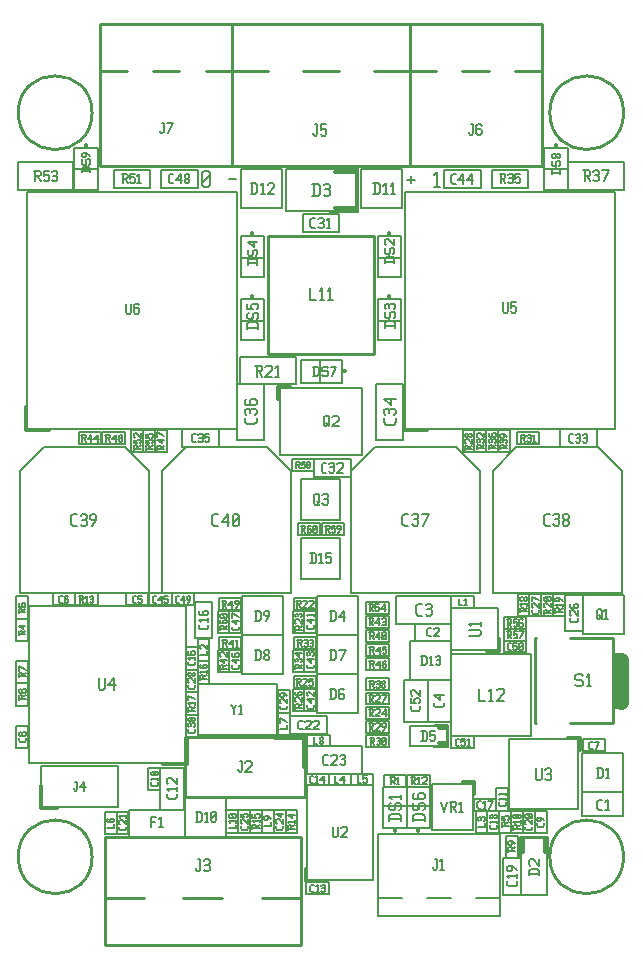
<source format=gbr>
G04 start of page 11 for group -4079 idx -4079 *
G04 Title: (unknown), topsilk *
G04 Creator: pcb 1.99z *
G04 CreationDate: Sat 29 Jun 2013 11:07:13 GMT UTC *
G04 For: rbarlow *
G04 Format: Gerber/RS-274X *
G04 PCB-Dimensions (mm): 70.00 90.00 *
G04 PCB-Coordinate-Origin: lower left *
%MOMM*%
%FSLAX43Y43*%
%LNTOPSILK*%
%ADD174C,1.250*%
%ADD173C,0.500*%
%ADD172C,0.250*%
%ADD171C,0.350*%
%ADD170C,0.300*%
%ADD169C,0.200*%
%ADD168C,0.150*%
G54D168*X43285Y70844D02*X43956D01*
X43621Y71180D02*Y70509D01*
X45565Y71247D02*X45833Y71515D01*
Y70174D01*
X45565D02*X46068D01*
X25899Y70366D02*X26066Y70198D01*
X25899Y71371D02*Y70366D01*
Y71371D02*X26066Y71539D01*
X26402D01*
X26569Y71371D01*
Y70366D01*
X26402Y70198D02*X26569Y70366D01*
X26066Y70198D02*X26402D01*
X25899Y70533D02*X26569Y71204D01*
X28179Y70868D02*X28849D01*
G54D169*X22550Y35800D02*X33450D01*
Y46200D01*
X31450Y48200D01*
X24550D02*X31450D01*
X22550Y35800D02*Y46200D01*
X24550Y48200D01*
X34350Y37000D02*X37650D01*
X34350Y40500D02*X37650D01*
Y37000D01*
X34350Y40500D02*Y37000D01*
G54D168*X36050Y40750D02*X37950D01*
X36050Y41750D02*X37950D01*
Y40750D01*
X36050Y41750D02*Y40750D01*
G54D169*X34350Y42000D02*X37650D01*
X34350Y45500D02*X37650D01*
Y42000D01*
X34350Y45500D02*Y42000D01*
G54D168*X34050Y40750D02*X35950D01*
X34050Y41750D02*X35950D01*
Y40750D01*
X34050Y41750D02*Y40750D01*
G54D169*X29300Y35550D02*Y32250D01*
X32800Y35550D02*Y32250D01*
X29300D02*X32800D01*
X29300Y35550D02*X32800D01*
G54D168*X27350Y35400D02*X29250D01*
X27350Y34400D02*X29250D01*
X27350Y35400D02*Y34400D01*
X29250Y35400D02*Y34400D01*
X28250Y34350D02*Y32450D01*
X29250Y34350D02*Y32450D01*
X28250D02*X29250D01*
X28250Y34350D02*X29250D01*
G54D169*X26800Y35100D02*Y32000D01*
X25300Y35100D02*Y32000D01*
Y35100D02*X26800D01*
X25300Y32000D02*X26800D01*
G54D168*X23350Y34800D02*X25250D01*
X23350Y35800D02*X25250D01*
Y34800D01*
X23350Y35800D02*Y34800D01*
X27250Y34350D02*Y32450D01*
X28250Y34350D02*Y32450D01*
X27250D02*X28250D01*
X27250Y34350D02*X28250D01*
X21450Y35800D02*X23350D01*
X21450Y34800D02*X23350D01*
X21450Y35800D02*Y34800D01*
X23350Y35800D02*Y34800D01*
G54D169*X10550Y35800D02*X21450D01*
Y46200D01*
X19450Y48200D01*
X12550D02*X19450D01*
X10550Y35800D02*Y46200D01*
X12550Y48200D01*
G54D168*X13300Y34800D02*X15200D01*
X13300Y35800D02*X15200D01*
Y34800D01*
X13300Y35800D02*Y34800D01*
X19500D02*X21400D01*
X19500Y35800D02*X21400D01*
Y34800D01*
X19500Y35800D02*Y34800D01*
X15200Y35800D02*X17100D01*
X15200Y34800D02*X17100D01*
X15200Y35800D02*Y34800D01*
X17100Y35800D02*Y34800D01*
X11200Y35550D02*Y33650D01*
X10200Y35550D02*Y33650D01*
Y35550D02*X11200D01*
X10200Y33650D02*X11200D01*
Y30100D02*Y28200D01*
X10200Y30100D02*Y28200D01*
Y30100D02*X11200D01*
X10200Y28200D02*X11200D01*
X34600Y34350D02*Y32450D01*
X35600Y34350D02*Y32450D01*
X34600D02*X35600D01*
X34600Y34350D02*X35600D01*
X33700Y32100D02*X35600D01*
X33700Y31100D02*X35600D01*
X33700Y32100D02*Y31100D01*
X35600Y32100D02*Y31100D01*
X34600Y31050D02*Y29150D01*
X35600Y31050D02*Y29150D01*
X34600D02*X35600D01*
X34600Y31050D02*X35600D01*
X33600D02*Y29150D01*
X34600Y31050D02*Y29150D01*
X33600D02*X34600D01*
X33600Y31050D02*X34600D01*
X33600Y34350D02*Y32450D01*
X34600Y34350D02*Y32450D01*
X33600D02*X34600D01*
X33600Y34350D02*X34600D01*
X33700Y35400D02*X35600D01*
X33700Y34400D02*X35600D01*
X33700Y35400D02*Y34400D01*
X35600Y35400D02*Y34400D01*
G54D169*X29300Y32250D02*Y28950D01*
X32800Y32250D02*Y28950D01*
X29300D02*X32800D01*
X29300Y32250D02*X32800D01*
G54D168*X27250Y31050D02*Y29150D01*
X28250Y31050D02*Y29150D01*
X27250D02*X28250D01*
X27250Y31050D02*X28250D01*
X27350Y32100D02*X29250D01*
X27350Y31100D02*X29250D01*
X27350Y32100D02*Y31100D01*
X29250Y32100D02*Y31100D01*
X28250Y31050D02*Y29150D01*
X29250Y31050D02*Y29150D01*
X28250D02*X29250D01*
X28250Y31050D02*X29250D01*
G54D169*X10350Y72300D02*X15050D01*
X10350Y70000D02*X15050D01*
X10350Y72300D02*Y70000D01*
X15050Y72300D02*Y70000D01*
X22450Y70150D02*X25550D01*
X22450Y71650D02*X25550D01*
Y70150D01*
X22450Y71650D02*Y70150D01*
X18450D02*X21550D01*
X18450Y71650D02*X21550D01*
Y70150D01*
X18450Y71650D02*Y70150D01*
X39400Y71700D02*Y68400D01*
X42900Y71700D02*Y68400D01*
X39400D02*X42900D01*
X39400Y71700D02*X42900D01*
X56900Y73500D02*Y70000D01*
X54900Y73500D02*Y70000D01*
Y73500D02*X56900D01*
X54900Y70000D02*X56900D01*
G54D170*X55900Y73750D02*Y73600D01*
G54D169*X54900Y71750D02*X56900D01*
X55900Y72050D02*Y71750D01*
X50450Y70150D02*X53550D01*
X50450Y71650D02*X53550D01*
Y70150D01*
X50450Y71650D02*Y70150D01*
X46450D02*X49550D01*
X46450Y71650D02*X49550D01*
Y70150D01*
X46450Y71650D02*Y70150D01*
X33000Y71700D02*X39000D01*
X33000Y68200D02*X39000D01*
X33000Y71700D02*Y68200D01*
X39000Y71700D02*Y68200D01*
X39100Y71800D02*Y68100D01*
X36800Y71800D02*X39100D01*
G54D171*X37200Y71500D02*X38900D01*
G54D169*X36800Y68100D02*X39100D01*
G54D171*X37200Y68400D02*X38900D01*
G54D169*X32700Y71700D02*Y68400D01*
X29200Y71700D02*Y68400D01*
Y71700D02*X32700D01*
X29200Y68400D02*X32700D01*
X17100Y73500D02*Y70000D01*
X15100Y73500D02*Y70000D01*
Y73500D02*X17100D01*
X15100Y70000D02*X17100D01*
G54D170*X16100Y73750D02*Y73600D01*
G54D169*X15100Y71750D02*X17100D01*
X16100Y72050D02*Y71750D01*
X56950Y70000D02*X61650D01*
X56950Y72300D02*X61650D01*
Y70000D01*
X56950Y72300D02*Y70000D01*
G54D172*X55375Y76500D02*G75*G03X55375Y76500I3125J0D01*G01*
X17300Y84000D02*Y72000D01*
X28500Y84000D02*Y72000D01*
X17300D02*X28500D01*
X17300Y84000D02*X28500D01*
X26260Y80000D02*X28500D01*
X21780D02*X24020D01*
X17300D02*X19540D01*
X10375Y76500D02*G75*G03X10375Y76500I3125J0D01*G01*
X43500Y84000D02*Y72000D01*
X54700Y84000D02*Y72000D01*
X43500D02*X54700D01*
X43500Y84000D02*X54700D01*
X52460Y80000D02*X54700D01*
X47980D02*X50220D01*
X43500D02*X45740D01*
X28500Y84000D02*Y72000D01*
X43500Y84000D02*Y72000D01*
X28500D02*X43500D01*
X28500Y84000D02*X43500D01*
X40500Y80000D02*X43500D01*
X34500D02*X37500D01*
X28500D02*X31500D01*
G54D169*X34450Y67900D02*X37550D01*
X34450Y66400D02*X37550D01*
X34450Y67900D02*Y66400D01*
X37550Y67900D02*Y66400D01*
G54D172*X40500Y66100D02*Y56100D01*
X31500Y66100D02*Y56100D01*
X40500D01*
X31500Y66100D02*X40500D01*
G54D169*X42800D02*Y62600D01*
X40800Y66100D02*Y62600D01*
Y66100D02*X42800D01*
X40800Y62600D02*X42800D01*
G54D170*X41800Y66350D02*Y66200D01*
G54D169*X40800Y64225D02*X42800D01*
X41800Y64525D02*Y64225D01*
X42800Y60750D02*Y57250D01*
X40800Y60750D02*Y57250D01*
Y60750D02*X42800D01*
X40800Y57250D02*X42800D01*
G54D170*X41800Y61000D02*Y60850D01*
G54D169*X40800Y58875D02*X42800D01*
X41800Y59175D02*Y58875D01*
X31200Y66100D02*Y62600D01*
X29200Y66100D02*Y62600D01*
Y66100D02*X31200D01*
X29200Y62600D02*X31200D01*
G54D170*X30200Y66350D02*Y66200D01*
G54D169*X29200Y64225D02*X31200D01*
X30200Y64525D02*Y64225D01*
X31200Y60750D02*Y57250D01*
X29200Y60750D02*Y57250D01*
Y60750D02*X31200D01*
X29200Y57250D02*X31200D01*
G54D170*X30200Y61000D02*Y60850D01*
G54D169*X29200Y58875D02*X31200D01*
X30200Y59175D02*Y58875D01*
X34300Y53600D02*X37800D01*
X34300Y55600D02*X37800D01*
Y53600D01*
X34300Y55600D02*Y53600D01*
G54D170*X37900Y54600D02*X38050D01*
G54D169*X35925Y55600D02*Y53600D01*
Y54600D02*X36225D01*
X29150Y55800D02*X33850D01*
X29150Y53500D02*X33850D01*
X29150Y55800D02*Y53500D01*
X33850Y55800D02*Y53500D01*
X31200D02*Y48800D01*
X28900Y53500D02*Y48800D01*
Y53500D02*X31200D01*
X28900Y48800D02*X31200D01*
X32495Y53160D02*X39495D01*
X32495Y47560D02*X39495D01*
X32495Y53160D02*Y47560D01*
X39495Y53160D02*Y47560D01*
G54D170*X32395Y53260D02*Y52260D01*
Y53260D02*X33395D01*
G54D169*X35450Y45700D02*X38550D01*
X35450Y47200D02*X38550D01*
Y45700D01*
X35450Y47200D02*Y45700D01*
G54D168*X33550Y46200D02*X35450D01*
X33550Y47200D02*X35450D01*
Y46200D01*
X33550Y47200D02*Y46200D01*
X20950Y49650D02*Y47750D01*
X21950Y49650D02*Y47750D01*
X20950D02*X21950D01*
X20950Y49650D02*X21950D01*
X22950D02*Y47750D01*
X21950Y49650D02*Y47750D01*
Y49650D02*X22950D01*
X21950Y47750D02*X22950D01*
X20950Y49650D02*Y47750D01*
X19950Y49650D02*Y47750D01*
Y49650D02*X20950D01*
X19950Y47750D02*X20950D01*
X51000Y49650D02*Y47750D01*
X52000Y49650D02*Y47750D01*
X51000D02*X52000D01*
X51000Y49650D02*X52000D01*
X49000D02*Y47750D01*
X50000Y49650D02*Y47750D01*
X49000D02*X50000D01*
X49000Y49650D02*X50000D01*
X51000D02*Y47750D01*
X50000Y49650D02*Y47750D01*
Y49650D02*X51000D01*
X50000Y47750D02*X51000D01*
G54D169*X11100Y69800D02*X28900D01*
X11100Y49700D02*X28900D01*
X11100Y69800D02*Y49700D01*
X28900Y69800D02*Y49700D01*
G54D170*X11000Y49600D02*Y51600D01*
Y49600D02*X13000D01*
G54D169*X24250Y48200D02*X27350D01*
X24250Y49700D02*X27350D01*
Y48200D01*
X24250Y49700D02*Y48200D01*
G54D168*X17500Y48450D02*X19400D01*
X17500Y49450D02*X19400D01*
Y48450D01*
X17500Y49450D02*Y48450D01*
X15500Y49450D02*X17400D01*
X15500Y48450D02*X17400D01*
X15500Y49450D02*Y48450D01*
X17400Y49450D02*Y48450D01*
G54D172*X34315Y15200D02*Y6000D01*
X17685Y15200D02*Y6000D01*
Y15200D02*X34315D01*
X17685Y6000D02*X34315D01*
X17685Y10000D02*X21011D01*
X24337D02*X27663D01*
X30989D02*X34315D01*
G54D169*X22400Y21000D02*Y17500D01*
X24400Y21000D02*Y17500D01*
X22400D02*X24400D01*
X22400Y21000D02*X24400D01*
X19750Y15200D02*X24450D01*
X19750Y17500D02*X24450D01*
Y15200D01*
X19750Y17500D02*Y15200D01*
G54D168*X29000Y17450D02*Y15550D01*
X28000Y17450D02*Y15550D01*
Y17450D02*X29000D01*
X28000Y15550D02*X29000D01*
G54D172*X10375Y13500D02*G75*G03X10375Y13500I3125J0D01*G01*
G54D168*X18700Y17300D02*Y15400D01*
X19700Y17300D02*Y15400D01*
X18700D02*X19700D01*
X18700Y17300D02*X19700D01*
X18700D02*Y15400D01*
X17700Y17300D02*Y15400D01*
Y17300D02*X18700D01*
X17700Y15400D02*X18700D01*
X21400Y21050D02*Y19150D01*
X22400Y21050D02*Y19150D01*
X21400D02*X22400D01*
X21400Y21050D02*X22400D01*
G54D169*X12333Y21179D02*X18803D01*
X12333Y17729D02*X18803D01*
X12333Y21179D02*Y17729D01*
X18803Y21179D02*Y17729D01*
G54D170*X12283Y17629D02*X13673D01*
X12283Y19469D02*Y17629D01*
G54D168*X24550Y31250D02*Y29350D01*
X25550Y31250D02*Y29350D01*
X24550D02*X25550D01*
X24550Y31250D02*X25550D01*
Y31950D02*Y30050D01*
X26550Y31950D02*Y30050D01*
X25550D02*X26550D01*
X25550Y31950D02*X26550D01*
X25550Y30050D02*Y28150D01*
X26550Y30050D02*Y28150D01*
X25550D02*X26550D01*
X25550Y30050D02*X26550D01*
X32350Y27600D02*Y25700D01*
X33350Y27600D02*Y25700D01*
X32350D02*X33350D01*
X32350Y27600D02*X33350D01*
G54D169*X33400Y23900D02*X36500D01*
X33400Y25400D02*X36500D01*
Y23900D01*
X33400Y25400D02*Y23900D01*
G54D168*X33350Y25700D02*Y23800D01*
X32350Y25700D02*Y23800D01*
Y25700D02*X33350D01*
X32350Y23800D02*X33350D01*
X34600Y27750D02*Y25850D01*
X35600Y27750D02*Y25850D01*
X34600D02*X35600D01*
X34600Y27750D02*X35600D01*
X33600D02*Y25850D01*
X34600Y27750D02*Y25850D01*
X33600D02*X34600D01*
X33600Y27750D02*X34600D01*
G54D169*X25600Y23850D02*X32300D01*
X25600Y28150D02*X32300D01*
Y23850D01*
X25600Y28150D02*Y23850D01*
G54D168*X25550Y29350D02*Y27450D01*
X24550Y29350D02*Y27450D01*
Y29350D02*X25550D01*
X24550Y27450D02*X25550D01*
X24550D02*Y25550D01*
X25550Y27450D02*Y25550D01*
X24550D02*X25550D01*
X24550Y27450D02*X25550D01*
X10200Y28200D02*Y26300D01*
X11200Y28200D02*Y26300D01*
X10200D02*X11200D01*
X10200Y28200D02*X11200D01*
Y24600D02*Y22700D01*
X10200Y24600D02*Y22700D01*
Y24600D02*X11200D01*
X10200Y22700D02*X11200D01*
G54D169*X11250Y21450D02*X24550D01*
X11250Y34750D02*X24550D01*
Y21450D01*
X11250Y34750D02*Y21450D01*
G54D170*X24650Y23350D02*Y21350D01*
X22650D02*X24650D01*
G54D168*X10200Y33650D02*Y31750D01*
X11200Y33650D02*Y31750D01*
X10200D02*X11200D01*
X10200Y33650D02*X11200D01*
G54D169*X24450Y18500D02*Y15200D01*
X27950Y18500D02*Y15200D01*
X24450D02*X27950D01*
X24450Y18500D02*X27950D01*
G54D172*X24510Y18540D02*X34670D01*
X24510Y23620D02*X34670D01*
Y18540D01*
X24510Y23620D02*Y18540D01*
G54D173*X32130Y23620D02*X34670D01*
Y21080D01*
G54D168*X34750Y19550D02*X36650D01*
X34750Y20550D02*X36650D01*
Y19550D01*
X34750Y20550D02*Y19550D01*
X24550Y25550D02*Y23650D01*
X25550Y25550D02*Y23650D01*
X24550D02*X25550D01*
X24550Y25550D02*X25550D01*
X34850Y22850D02*X36750D01*
X34850Y23850D02*X36750D01*
Y22850D01*
X34850Y23850D02*Y22850D01*
X36650Y19550D02*X38550D01*
X36650Y20550D02*X38550D01*
Y19550D01*
X36650Y20550D02*Y19550D01*
X34750Y10350D02*X36650D01*
X34750Y11350D02*X36650D01*
Y10350D01*
X34750Y11350D02*Y10350D01*
X31000Y17450D02*Y15550D01*
X32000Y17450D02*Y15550D01*
X31000D02*X32000D01*
X31000Y17450D02*X32000D01*
X33000D02*Y15550D01*
X32000Y17450D02*Y15550D01*
Y17450D02*X33000D01*
X32000Y15550D02*X33000D01*
X29000Y17450D02*Y15550D01*
X30000Y17450D02*Y15550D01*
X29000D02*X30000D01*
X29000Y17450D02*X30000D01*
X34000D02*Y15550D01*
X33000Y17450D02*Y15550D01*
Y17450D02*X34000D01*
X33000Y15550D02*X34000D01*
X30000Y17450D02*Y15550D01*
X31000Y17450D02*Y15550D01*
X30000D02*X31000D01*
X30000Y17450D02*X31000D01*
G54D169*X43100Y69800D02*X60900D01*
X43100Y49700D02*X60900D01*
X43100Y69800D02*Y49700D01*
X60900Y69800D02*Y49700D01*
G54D170*X43000Y49600D02*Y51600D01*
Y49600D02*X45000D01*
G54D169*X56250Y48200D02*X59350D01*
X56250Y49700D02*X59350D01*
Y48200D01*
X56250Y49700D02*Y48200D01*
G54D168*X52600Y48450D02*X54500D01*
X52600Y49450D02*X54500D01*
Y48450D01*
X52600Y49450D02*Y48450D01*
G54D169*X58100Y18950D02*X61600D01*
X58100Y16950D02*X61600D01*
X58100Y18950D02*Y16950D01*
X61600Y18950D02*Y16950D01*
G54D168*X54100Y17400D02*Y15500D01*
X55100Y17400D02*Y15500D01*
X54100D02*X55100D01*
X54100Y17400D02*X55100D01*
G54D169*X57800Y23450D02*Y17550D01*
X51900Y23450D02*Y17550D01*
Y23450D02*X57800D01*
X51900Y17550D02*X57800D01*
G54D170*X56900Y23550D02*X57900D01*
Y22550D01*
G54D168*X58150Y22450D02*X60050D01*
X58150Y23450D02*X60050D01*
Y22450D01*
X58150Y23450D02*Y22450D01*
G54D169*X61600Y22250D02*Y18950D01*
X58100Y22250D02*Y18950D01*
Y22250D02*X61600D01*
X58100Y18950D02*X61600D01*
G54D172*X55375Y13500D02*G75*G03X55375Y13500I3125J0D01*G01*
G54D169*X52950Y15100D02*Y10300D01*
X55150Y15100D02*Y10300D01*
X52950D02*X55150D01*
X52950Y15100D02*X55150D01*
X52850Y15200D02*X55250D01*
X52850D02*Y13500D01*
G54D171*X53100Y15000D02*Y13900D01*
G54D169*X55250Y15200D02*Y13500D01*
G54D171*X55000Y15000D02*Y13900D01*
G54D169*X34800Y20550D02*X39500D01*
X34800Y22850D02*X39500D01*
Y20550D01*
X34800Y22850D02*Y20550D01*
G54D168*X47050Y22700D02*X48950D01*
X47050Y23700D02*X48950D01*
Y22700D01*
X47050Y23700D02*Y22700D01*
G54D169*X48900Y19700D02*Y15800D01*
X45400Y19700D02*Y15800D01*
Y19700D02*X48900D01*
X45400Y15800D02*X48900D01*
G54D170*X48000Y19800D02*X49000D01*
Y18800D01*
G54D168*X43300Y20450D02*X45200D01*
X43300Y19450D02*X45200D01*
X43300Y20450D02*Y19450D01*
X45200Y20450D02*Y19450D01*
G54D169*X43250D02*Y15950D01*
X45250Y19450D02*Y15950D01*
X43250D02*X45250D01*
X43250Y19450D02*X45250D01*
G54D170*X44250Y15850D02*Y15700D01*
G54D169*X43250Y17825D02*X45250D01*
X44250D02*Y17525D01*
G54D168*X41300Y20450D02*X43200D01*
X41300Y19450D02*X43200D01*
X41300Y20450D02*Y19450D01*
X43200Y20450D02*Y19450D01*
G54D169*X41250D02*Y15950D01*
X43250Y19450D02*Y15950D01*
X41250D02*X43250D01*
X41250Y19450D02*X43250D01*
G54D170*X42250Y15850D02*Y15700D01*
G54D169*X41250Y17825D02*X43250D01*
X42250D02*Y17525D01*
X34800Y19550D02*Y11550D01*
X40400Y19550D02*Y11550D01*
X34800D02*X40400D01*
X34800Y19550D02*X40400D01*
G54D170*X34700Y11450D02*X35700D01*
X34700Y12450D02*Y11450D01*
G54D168*X39850Y22800D02*X41750D01*
X39850Y23800D02*X41750D01*
Y22800D01*
X39850Y23800D02*Y22800D01*
G54D169*X51200Y15400D02*Y8470D01*
X40800Y15400D02*Y8470D01*
Y15400D02*X51200D01*
X40800Y8470D02*X51200D01*
X40800Y10000D02*X42880D01*
X44960D02*X47040D01*
X49120D02*X51200D01*
X51400Y13400D02*Y10300D01*
X52900Y13400D02*Y10300D01*
X51400D02*X52900D01*
X51400Y13400D02*X52900D01*
G54D168*X52650Y15300D02*Y13400D01*
X51650Y15300D02*Y13400D01*
Y15300D02*X52650D01*
X51650Y13400D02*X52650D01*
X53100Y17400D02*Y15500D01*
X54100Y17400D02*Y15500D01*
X53100D02*X54100D01*
X53100Y17400D02*X54100D01*
X52100D02*Y15500D01*
X53100Y17400D02*Y15500D01*
X52100D02*X53100D01*
X52100Y17400D02*X53100D01*
X52100D02*Y15500D01*
X51100Y17400D02*Y15500D01*
Y17400D02*X52100D01*
X51100Y15500D02*X52100D01*
X51100Y17400D02*Y15500D01*
X50100Y17400D02*Y15500D01*
Y17400D02*X51100D01*
X50100Y15500D02*X51100D01*
X49100Y17400D02*Y15500D01*
X50100Y17400D02*Y15500D01*
X49100D02*X50100D01*
X49100Y17400D02*X50100D01*
X50850Y19300D02*Y17400D01*
X51850Y19300D02*Y17400D01*
X50850D02*X51850D01*
X50850Y19300D02*X51850D01*
X48950Y17400D02*X50850D01*
X48950Y18400D02*X50850D01*
Y17400D01*
X48950Y18400D02*Y17400D01*
G54D169*X38550Y35800D02*X49450D01*
Y46200D01*
X47450Y48200D01*
X40550D02*X47450D01*
X38550Y35800D02*Y46200D01*
X40550Y48200D01*
X50550Y35800D02*X61450D01*
Y46200D01*
X59450Y48200D01*
X52550D02*X59450D01*
X50550Y35800D02*Y46200D01*
X52550Y48200D01*
G54D168*X53650Y35750D02*Y33850D01*
X52650Y35750D02*Y33850D01*
Y35750D02*X53650D01*
X52650Y33850D02*X53650D01*
X54650Y35750D02*Y33850D01*
X53650Y35750D02*Y33850D01*
Y35750D02*X54650D01*
X53650Y33850D02*X54650D01*
X39850Y34100D02*X41750D01*
X39850Y35100D02*X41750D01*
Y34100D01*
X39850Y35100D02*Y34100D01*
G54D169*X42950Y53500D02*Y48800D01*
X40650Y53500D02*Y48800D01*
Y53500D02*X42950D01*
X40650Y48800D02*X42950D01*
G54D168*X54650Y35750D02*Y33850D01*
X55650Y35750D02*Y33850D01*
X54650D02*X55650D01*
X54650Y35750D02*X55650D01*
X49000Y49650D02*Y47750D01*
X48000Y49650D02*Y47750D01*
Y49650D02*X49000D01*
X48000Y47750D02*X49000D01*
G54D172*X54150Y24800D02*X54250D01*
X57050D02*X60750D01*
X54150Y32000D02*X54250D01*
X57050D02*X60750D01*
X54150D02*Y24800D01*
X60750Y32000D02*Y24800D01*
G54D174*X61375Y30150D02*Y26650D01*
G54D172*X60750Y26150D02*X61375D01*
X60750Y30650D02*X61375D01*
G54D169*X61700Y35700D02*Y32400D01*
X58200Y35700D02*Y32400D01*
Y35700D02*X61700D01*
X58200Y32400D02*X61700D01*
X58200Y35700D02*Y32600D01*
X56700Y35700D02*Y32600D01*
Y35700D02*X58200D01*
X56700Y32600D02*X58200D01*
G54D168*X55650Y35750D02*Y33850D01*
X56650Y35750D02*Y33850D01*
X55650D02*X56650D01*
X55650Y35750D02*X56650D01*
X43500Y24590D02*X46700D01*
X43500Y22910D02*X46700D01*
X43500Y24590D02*Y22910D01*
X46700Y24590D02*Y22910D01*
X46800Y24690D02*Y22810D01*
X45600Y24690D02*X46800D01*
G54D170*X46000Y24390D02*X46700D01*
G54D168*X45600Y22810D02*X46800D01*
G54D170*X46000Y23110D02*X46700D01*
G54D169*X45050Y28450D02*Y24950D01*
X43050Y28450D02*Y24950D01*
Y28450D02*X45050D01*
X43050Y24950D02*X45050D01*
X47050Y31750D02*Y28450D01*
X43550Y31750D02*Y28450D01*
Y31750D02*X47050D01*
X43550Y28450D02*X47050D01*
Y24950D01*
X45050Y28450D02*Y24950D01*
Y28450D02*X47050D01*
X45050Y24950D02*X47050D01*
G54D168*X51500Y30800D02*X53400D01*
X51500Y31800D02*X53400D01*
Y30800D01*
X51500Y31800D02*Y30800D01*
G54D169*X47050Y30700D02*Y23700D01*
X53750Y30700D02*Y23700D01*
X47050D02*X53750D01*
X47050Y30700D02*X53750D01*
G54D168*X51500Y32800D02*X53400D01*
X51500Y31800D02*X53400D01*
X51500Y32800D02*Y31800D01*
X53400Y32800D02*Y31800D01*
X51500Y32800D02*X53400D01*
X51500Y33800D02*X53400D01*
Y32800D01*
X51500Y33800D02*Y32800D01*
G54D169*X47050Y31050D02*X50950D01*
X47050Y34550D02*X50950D01*
Y31050D01*
X47050Y34550D02*Y31050D01*
G54D170*X51050Y31950D02*Y30950D01*
X50050D02*X51050D01*
G54D168*X47050Y35550D02*X48950D01*
X47050Y34550D02*X48950D01*
X47050Y35550D02*Y34550D01*
X48950Y35550D02*Y34550D01*
G54D169*X43950Y33250D02*X47050D01*
X43950Y31750D02*X47050D01*
X43950Y33250D02*Y31750D01*
X47050Y33250D02*Y31750D01*
G54D168*X33700Y28800D02*X35600D01*
X33700Y27800D02*X35600D01*
X33700Y28800D02*Y27800D01*
X35600Y28800D02*Y27800D01*
G54D169*X35650Y28950D02*Y25650D01*
X39150Y28950D02*Y25650D01*
X35650D02*X39150D01*
X35650Y28950D02*X39150D01*
X35650Y32250D02*Y28950D01*
X39150Y32250D02*Y28950D01*
X35650D02*X39150D01*
X35650Y32250D02*X39150D01*
G54D168*X38550Y19550D02*X40450D01*
X38550Y20550D02*X40450D01*
Y19550D01*
X38550Y20550D02*Y19550D01*
X39850Y25000D02*X41750D01*
X39850Y24000D02*X41750D01*
X39850Y25000D02*Y24000D01*
X41750Y25000D02*Y24000D01*
G54D169*X42350Y35550D02*X47050D01*
X42350Y33250D02*X47050D01*
X42350Y35550D02*Y33250D01*
X47050Y35550D02*Y33250D01*
X35650Y35550D02*Y32250D01*
X39150Y35550D02*Y32250D01*
X35650D02*X39150D01*
X35650Y35550D02*X39150D01*
G54D168*X39850Y32900D02*X41750D01*
X39850Y33900D02*X41750D01*
Y32900D01*
X39850Y33900D02*Y32900D01*
Y27600D02*X41750D01*
X39850Y28600D02*X41750D01*
Y27600D01*
X39850Y28600D02*Y27600D01*
Y32700D02*X41750D01*
X39850Y31700D02*X41750D01*
X39850Y32700D02*Y31700D01*
X41750Y32700D02*Y31700D01*
X39850Y31500D02*X41750D01*
X39850Y30500D02*X41750D01*
X39850Y31500D02*Y30500D01*
X41750Y31500D02*Y30500D01*
X39850Y29300D02*X41750D01*
X39850Y30300D02*X41750D01*
Y29300D01*
X39850Y30300D02*Y29300D01*
Y26400D02*X41750D01*
X39850Y27400D02*X41750D01*
Y26400D01*
X39850Y27400D02*Y26400D01*
Y26200D02*X41750D01*
X39850Y25200D02*X41750D01*
X39850Y26200D02*Y25200D01*
X41750Y26200D02*Y25200D01*
X35449Y55002D02*Y54209D01*
X35707Y55002D02*X35845Y54863D01*
Y54348D01*
X35707Y54209D02*X35845Y54348D01*
X35350Y54209D02*X35707D01*
X35350Y55002D02*X35707D01*
X36479D02*X36578Y54903D01*
X36182Y55002D02*X36479D01*
X36083Y54903D02*X36182Y55002D01*
X36083Y54903D02*Y54705D01*
X36182Y54606D01*
X36479D01*
X36578Y54507D01*
Y54308D01*
X36479Y54209D02*X36578Y54308D01*
X36182Y54209D02*X36479D01*
X36083Y54308D02*X36182Y54209D01*
X36915D02*X37311Y55002D01*
X36816D02*X37311D01*
X30450Y55071D02*X30907D01*
X31022Y54957D01*
Y54728D01*
X30907Y54614D02*X31022Y54728D01*
X30564Y54614D02*X30907D01*
X30564Y55071D02*Y54157D01*
X30747Y54614D02*X31022Y54157D01*
X31296Y54957D02*X31410Y55071D01*
X31753D01*
X31867Y54957D01*
Y54728D01*
X31296Y54157D02*X31867Y54728D01*
X31296Y54157D02*X31867D01*
X32142Y54889D02*X32325Y55071D01*
Y54157D01*
X32142D02*X32485D01*
X30545Y50648D02*Y50324D01*
X30370Y50150D02*X30545Y50324D01*
X29723Y50150D02*X30370D01*
X29723D02*X29549Y50324D01*
Y50648D02*Y50324D01*
X29673Y50947D02*X29549Y51071D01*
Y51320D02*Y51071D01*
Y51320D02*X29673Y51444D01*
X30545Y51320D02*X30420Y51444D01*
X30545Y51320D02*Y51071D01*
X30420Y50947D02*X30545Y51071D01*
X29997Y51320D02*Y51071D01*
X29673Y51444D02*X29873D01*
X30121D02*X30420D01*
X30121D02*X29997Y51320D01*
X29873Y51444D02*X29997Y51320D01*
X29549Y52116D02*X29673Y52241D01*
X29549Y52116D02*Y51868D01*
X29673Y51743D02*X29549Y51868D01*
X29673Y51743D02*X30420D01*
X30545Y51868D01*
X29997Y52116D02*X30121Y52241D01*
X29997Y52116D02*Y51743D01*
X30545Y52116D02*Y51868D01*
Y52116D02*X30420Y52241D01*
X30121D02*X30420D01*
X36250Y50714D02*Y50051D01*
Y50714D02*X36360Y50824D01*
X36581D01*
X36692Y50714D01*
Y50161D01*
X36471Y49940D02*X36692Y50161D01*
X36360Y49940D02*X36471D01*
X36250Y50051D02*X36360Y49940D01*
X36471Y50272D02*X36692Y49940D01*
X36957Y50714D02*X37068Y50824D01*
X37399D01*
X37510Y50714D01*
Y50493D01*
X36957Y49940D02*X37510Y50493D01*
X36957Y49940D02*X37510D01*
X36192Y46034D02*X36456D01*
X36050Y46176D02*X36192Y46034D01*
X36050Y46705D02*Y46176D01*
Y46705D02*X36192Y46847D01*
X36456D01*
X36700Y46745D02*X36802Y46847D01*
X37005D01*
X37107Y46745D01*
X37005Y46034D02*X37107Y46136D01*
X36802Y46034D02*X37005D01*
X36700Y46136D02*X36802Y46034D01*
Y46481D02*X37005D01*
X37107Y46745D02*Y46583D01*
Y46379D02*Y46136D01*
Y46379D02*X37005Y46481D01*
X37107Y46583D02*X37005Y46481D01*
X37350Y46745D02*X37452Y46847D01*
X37757D01*
X37858Y46745D01*
Y46542D01*
X37350Y46034D02*X37858Y46542D01*
X37350Y46034D02*X37858D01*
X33850Y46960D02*X34129D01*
X34199Y46890D01*
Y46751D01*
X34129Y46681D02*X34199Y46751D01*
X33920Y46681D02*X34129D01*
X33920Y46960D02*Y46402D01*
X34032Y46681D02*X34199Y46402D01*
X34367Y46960D02*X34646D01*
X34367D02*Y46681D01*
X34437Y46751D01*
X34576D01*
X34646Y46681D01*
Y46471D01*
X34576Y46402D02*X34646Y46471D01*
X34437Y46402D02*X34576D01*
X34367Y46471D02*X34437Y46402D01*
X34814Y46471D02*X34884Y46402D01*
X34814Y46583D02*Y46471D01*
Y46583D02*X34912Y46681D01*
X34996D01*
X35093Y46583D01*
Y46471D01*
X35023Y46402D02*X35093Y46471D01*
X34884Y46402D02*X35023D01*
X34814Y46779D02*X34912Y46681D01*
X34814Y46890D02*Y46779D01*
Y46890D02*X34884Y46960D01*
X35023D01*
X35093Y46890D01*
Y46779D01*
X34996Y46681D02*X35093Y46779D01*
X25176Y48598D02*X25411D01*
X25050Y48725D02*X25176Y48598D01*
X25050Y49193D02*Y48725D01*
Y49193D02*X25176Y49320D01*
X25411D01*
X25627Y49229D02*X25717Y49320D01*
X25898D01*
X25988Y49229D01*
X25898Y48598D02*X25988Y48688D01*
X25717Y48598D02*X25898D01*
X25627Y48688D02*X25717Y48598D01*
Y48995D02*X25898D01*
X25988Y49229D02*Y49085D01*
Y48905D02*Y48688D01*
Y48905D02*X25898Y48995D01*
X25988Y49085D02*X25898Y48995D01*
X26204Y49320D02*X26565D01*
X26204D02*Y48959D01*
X26294Y49049D01*
X26475D01*
X26565Y48959D01*
Y48688D01*
X26475Y48598D02*X26565Y48688D01*
X26294Y48598D02*X26475D01*
X26204Y48688D02*X26294Y48598D01*
X26466Y33156D02*Y32892D01*
X26324Y32750D02*X26466Y32892D01*
X25795Y32750D02*X26324D01*
X25795D02*X25653Y32892D01*
Y33156D02*Y32892D01*
X25816Y33400D02*X25653Y33563D01*
X26466D01*
Y33705D02*Y33400D01*
X25653Y34254D02*X25755Y34355D01*
X25653Y34254D02*Y34050D01*
X25755Y33949D02*X25653Y34050D01*
X25755Y33949D02*X26364D01*
X26466Y34050D01*
X26019Y34254D02*X26121Y34355D01*
X26019Y34254D02*Y33949D01*
X26466Y34254D02*Y34050D01*
Y34254D02*X26364Y34355D01*
X26121D02*X26364D01*
X25752Y30600D02*X26362D01*
Y30905D02*Y30600D01*
X25829Y31088D02*X25752Y31164D01*
Y31392D02*Y31164D01*
Y31392D02*X25829Y31469D01*
X25981D01*
X26362Y31088D02*X25981Y31469D01*
X26362D02*Y31088D01*
X35204Y39192D02*Y38359D01*
X35475Y39192D02*X35621Y39046D01*
Y38504D01*
X35475Y38359D02*X35621Y38504D01*
X35100Y38359D02*X35475D01*
X35100Y39192D02*X35475D01*
X35871Y39025D02*X36037Y39192D01*
Y38359D01*
X35871D02*X36183D01*
X36433Y39192D02*X36850D01*
X36433D02*Y38775D01*
X36537Y38879D01*
X36745D01*
X36850Y38775D01*
Y38463D01*
X36745Y38359D02*X36850Y38463D01*
X36537Y38359D02*X36745D01*
X36433Y38463D02*X36537Y38359D01*
X36350Y41548D02*X36655D01*
X36731Y41471D01*
Y41319D01*
X36655Y41243D02*X36731Y41319D01*
X36426Y41243D02*X36655D01*
X36426Y41548D02*Y40938D01*
X36548Y41243D02*X36731Y40938D01*
X36914Y41548D02*X37219D01*
X36914D02*Y41243D01*
X36990Y41319D01*
X37142D01*
X37219Y41243D01*
Y41014D01*
X37142Y40938D02*X37219Y41014D01*
X36990Y40938D02*X37142D01*
X36914Y41014D02*X36990Y40938D01*
X37478D02*X37706Y41243D01*
Y41471D02*Y41243D01*
X37630Y41548D02*X37706Y41471D01*
X37478Y41548D02*X37630D01*
X37402Y41471D02*X37478Y41548D01*
X37402Y41471D02*Y41319D01*
X37478Y41243D01*
X37706D01*
X35400Y44107D02*Y43421D01*
Y44107D02*X35514Y44221D01*
X35743D01*
X35857Y44107D01*
Y43536D01*
X35629Y43307D02*X35857Y43536D01*
X35514Y43307D02*X35629D01*
X35400Y43421D02*X35514Y43307D01*
X35629Y43650D02*X35857Y43307D01*
X36132Y44107D02*X36246Y44221D01*
X36474D01*
X36589Y44107D01*
X36474Y43307D02*X36589Y43421D01*
X36246Y43307D02*X36474D01*
X36132Y43421D02*X36246Y43307D01*
Y43810D02*X36474D01*
X36589Y44107D02*Y43924D01*
Y43696D02*Y43421D01*
Y43696D02*X36474Y43810D01*
X36589Y43924D02*X36474Y43810D01*
X34300Y41548D02*X34605D01*
X34681Y41471D01*
Y41319D01*
X34605Y41243D02*X34681Y41319D01*
X34376Y41243D02*X34605D01*
X34376Y41548D02*Y40938D01*
X34498Y41243D02*X34681Y40938D01*
X35092Y41548D02*X35169Y41471D01*
X34940Y41548D02*X35092D01*
X34864Y41471D02*X34940Y41548D01*
X34864Y41471D02*Y41014D01*
X34940Y40938D01*
X35092Y41273D02*X35169Y41197D01*
X34864Y41273D02*X35092D01*
X34940Y40938D02*X35092D01*
X35169Y41014D01*
Y41197D02*Y41014D01*
X35352D02*X35428Y40938D01*
X35352Y41471D02*Y41014D01*
Y41471D02*X35428Y41548D01*
X35580D01*
X35656Y41471D01*
Y41014D01*
X35580Y40938D02*X35656Y41014D01*
X35428Y40938D02*X35580D01*
X35352Y41090D02*X35656Y41395D01*
X36854Y34342D02*Y33509D01*
X37125Y34342D02*X37271Y34196D01*
Y33654D01*
X37125Y33509D02*X37271Y33654D01*
X36750Y33509D02*X37125D01*
X36750Y34342D02*X37125D01*
X37521Y33821D02*X37937Y34342D01*
X37521Y33821D02*X38041D01*
X37937Y34342D02*Y33509D01*
X35412Y33105D02*Y32907D01*
X35305Y32800D02*X35412Y32907D01*
X34909Y32800D02*X35305D01*
X34909D02*X34802Y32907D01*
Y33105D02*Y32907D01*
X35183Y33288D02*X34802Y33592D01*
X35183Y33669D02*Y33288D01*
X34802Y33592D02*X35412D01*
X34924Y33852D02*X34802Y33973D01*
X35412D01*
Y34080D02*Y33852D01*
X33802Y32955D02*Y32650D01*
Y32955D02*X33879Y33031D01*
X34031D01*
X34107Y32955D02*X34031Y33031D01*
X34107Y32955D02*Y32726D01*
X33802D02*X34412D01*
X34107Y32848D02*X34412Y33031D01*
X33879Y33214D02*X33802Y33290D01*
Y33519D02*Y33290D01*
Y33519D02*X33879Y33595D01*
X34031D01*
X34412Y33214D02*X34031Y33595D01*
X34412D02*Y33214D01*
X33879Y33778D02*X33802Y33854D01*
Y34006D02*Y33854D01*
Y34006D02*X33879Y34083D01*
X34412Y34006D02*X34336Y34083D01*
X34412Y34006D02*Y33854D01*
X34336Y33778D02*X34412Y33854D01*
X34077Y34006D02*Y33854D01*
X33879Y34083D02*X34001D01*
X34153D02*X34336D01*
X34153D02*X34077Y34006D01*
X34001Y34083D02*X34077Y34006D01*
X33900Y35198D02*X34205D01*
X34281Y35121D01*
Y34969D01*
X34205Y34893D02*X34281Y34969D01*
X33976Y34893D02*X34205D01*
X33976Y35198D02*Y34588D01*
X34098Y34893D02*X34281Y34588D01*
X34464Y35121D02*X34540Y35198D01*
X34769D01*
X34845Y35121D01*
Y34969D01*
X34464Y34588D02*X34845Y34969D01*
X34464Y34588D02*X34845D01*
X35028Y35121D02*X35104Y35198D01*
X35333D01*
X35409Y35121D01*
Y34969D01*
X35028Y34588D02*X35409Y34969D01*
X35028Y34588D02*X35409D01*
X36858Y31034D02*Y30170D01*
X37139Y31034D02*X37290Y30883D01*
Y30322D01*
X37139Y30170D02*X37290Y30322D01*
X36750Y30170D02*X37139D01*
X36750Y31034D02*X37139D01*
X37657Y30170D02*X38089Y31034D01*
X37549D02*X38089D01*
X34000Y31898D02*X34305D01*
X34381Y31821D01*
Y31669D01*
X34305Y31593D02*X34381Y31669D01*
X34076Y31593D02*X34305D01*
X34076Y31898D02*Y31288D01*
X34198Y31593D02*X34381Y31288D01*
X34564Y31821D02*X34640Y31898D01*
X34792D01*
X34869Y31821D01*
X34792Y31288D02*X34869Y31364D01*
X34640Y31288D02*X34792D01*
X34564Y31364D02*X34640Y31288D01*
Y31623D02*X34792D01*
X34869Y31821D02*Y31699D01*
Y31547D02*Y31364D01*
Y31547D02*X34792Y31623D01*
X34869Y31699D02*X34792Y31623D01*
X35052Y31821D02*X35128Y31898D01*
X35280D01*
X35356Y31821D01*
X35280Y31288D02*X35356Y31364D01*
X35128Y31288D02*X35280D01*
X35052Y31364D02*X35128Y31288D01*
Y31623D02*X35280D01*
X35356Y31821D02*Y31699D01*
Y31547D02*Y31364D01*
Y31547D02*X35280Y31623D01*
X35356Y31699D02*X35280Y31623D01*
X30508Y34334D02*Y33470D01*
X30789Y34334D02*X30940Y34183D01*
Y33622D01*
X30789Y33470D02*X30940Y33622D01*
X30400Y33470D02*X30789D01*
X30400Y34334D02*X30789D01*
X31307Y33470D02*X31631Y33902D01*
Y34226D02*Y33902D01*
X31523Y34334D02*X31631Y34226D01*
X31307Y34334D02*X31523D01*
X31199Y34226D02*X31307Y34334D01*
X31199Y34226D02*Y34010D01*
X31307Y33902D01*
X31631D01*
X27600Y35198D02*X27905D01*
X27981Y35121D01*
Y34969D01*
X27905Y34893D02*X27981Y34969D01*
X27676Y34893D02*X27905D01*
X27676Y35198D02*Y34588D01*
X27798Y34893D02*X27981Y34588D01*
X28164Y34817D02*X28469Y35198D01*
X28164Y34817D02*X28545D01*
X28469Y35198D02*Y34588D01*
X28804D02*X29033Y34893D01*
Y35121D02*Y34893D01*
X28956Y35198D02*X29033Y35121D01*
X28804Y35198D02*X28956D01*
X28728Y35121D02*X28804Y35198D01*
X28728Y35121D02*Y34969D01*
X28804Y34893D01*
X29033D01*
X27452Y33005D02*Y32700D01*
Y33005D02*X27529Y33081D01*
X27681D01*
X27757Y33005D02*X27681Y33081D01*
X27757Y33005D02*Y32776D01*
X27452D02*X28062D01*
X27757Y32898D02*X28062Y33081D01*
X27452Y33569D02*Y33264D01*
X27757D01*
X27681Y33340D01*
Y33492D02*Y33340D01*
Y33492D02*X27757Y33569D01*
X27986D01*
X28062Y33492D02*X27986Y33569D01*
X28062Y33492D02*Y33340D01*
X27986Y33264D02*X28062Y33340D01*
X27986Y33752D02*X28062Y33828D01*
X27529Y33752D02*X27986D01*
X27529D02*X27452Y33828D01*
Y33980D02*Y33828D01*
Y33980D02*X27529Y34056D01*
X27986D01*
X28062Y33980D02*X27986Y34056D01*
X28062Y33980D02*Y33828D01*
X27910Y33752D02*X27605Y34056D01*
X29049Y33000D02*Y32805D01*
X28944Y32700D02*X29049Y32805D01*
X28555Y32700D02*X28944D01*
X28555D02*X28450Y32805D01*
Y33000D02*Y32805D01*
X28825Y33180D02*X28450Y33479D01*
X28825Y33554D02*Y33180D01*
X28450Y33479D02*X29049D01*
Y33809D02*X28450Y34109D01*
Y33734D01*
X30508Y31034D02*Y30170D01*
X30789Y31034D02*X30940Y30883D01*
Y30322D01*
X30789Y30170D02*X30940Y30322D01*
X30400Y30170D02*X30789D01*
X30400Y31034D02*X30789D01*
X31199Y30278D02*X31307Y30170D01*
X31199Y30451D02*Y30278D01*
Y30451D02*X31350Y30602D01*
X31480D01*
X31631Y30451D01*
Y30278D01*
X31523Y30170D02*X31631Y30278D01*
X31307Y30170D02*X31523D01*
X31199Y30753D02*X31350Y30602D01*
X31199Y30926D02*Y30753D01*
Y30926D02*X31307Y31034D01*
X31523D01*
X31631Y30926D01*
Y30753D01*
X31480Y30602D02*X31631Y30753D01*
X27650Y31898D02*X27955D01*
X28031Y31821D01*
Y31669D01*
X27955Y31593D02*X28031Y31669D01*
X27726Y31593D02*X27955D01*
X27726Y31898D02*Y31288D01*
X27848Y31593D02*X28031Y31288D01*
X28214Y31517D02*X28519Y31898D01*
X28214Y31517D02*X28595D01*
X28519Y31898D02*Y31288D01*
X28778Y31776D02*X28900Y31898D01*
Y31288D01*
X28778D02*X29006D01*
X30163Y70524D02*Y69620D01*
X30457Y70524D02*X30615Y70366D01*
Y69778D01*
X30457Y69620D02*X30615Y69778D01*
X30050Y69620D02*X30457D01*
X30050Y70524D02*X30457D01*
X30886Y70343D02*X31067Y70524D01*
Y69620D01*
X30886D02*X31226D01*
X31497Y70411D02*X31610Y70524D01*
X31949D01*
X32062Y70411D01*
Y70185D01*
X31497Y69620D02*X32062Y70185D01*
X31497Y69620D02*X32062D01*
X15728Y71539D02*X16439D01*
X15728Y71770D02*X15852Y71894D01*
X16315D01*
X16439Y71770D02*X16315Y71894D01*
X16439Y71770D02*Y71450D01*
X15728Y71770D02*Y71450D01*
Y72463D02*X15817Y72552D01*
X15728Y72463D02*Y72197D01*
X15817Y72108D02*X15728Y72197D01*
X15817Y72108D02*X15994D01*
X16083Y72197D01*
Y72463D02*Y72197D01*
Y72463D02*X16172Y72552D01*
X16350D01*
X16439Y72463D02*X16350Y72552D01*
X16439Y72463D02*Y72197D01*
X16350Y72108D02*X16439Y72197D01*
Y72855D02*X16083Y73121D01*
X15817D02*X16083D01*
X15728Y73032D02*X15817Y73121D01*
X15728Y73032D02*Y72855D01*
X15817Y72766D02*X15728Y72855D01*
X15817Y72766D02*X15994D01*
X16083Y72855D01*
Y73121D02*Y72855D01*
X23239Y70509D02*X23496D01*
X23100Y70648D02*X23239Y70509D01*
X23100Y71163D02*Y70648D01*
Y71163D02*X23239Y71302D01*
X23496D01*
X23734Y70807D02*X24130Y71302D01*
X23734Y70807D02*X24229D01*
X24130Y71302D02*Y70509D01*
X24467Y70608D02*X24566Y70509D01*
X24467Y70767D02*Y70608D01*
Y70767D02*X24606Y70906D01*
X24725D01*
X24863Y70767D01*
Y70608D01*
X24764Y70509D02*X24863Y70608D01*
X24566Y70509D02*X24764D01*
X24467Y71044D02*X24606Y70906D01*
X24467Y71203D02*Y71044D01*
Y71203D02*X24566Y71302D01*
X24764D01*
X24863Y71203D01*
Y71044D01*
X24725Y70906D02*X24863Y71044D01*
X19150Y71310D02*X19531D01*
X19626Y71214D01*
Y71024D01*
X19531Y70928D02*X19626Y71024D01*
X19245Y70928D02*X19531D01*
X19245Y71310D02*Y70548D01*
X19398Y70928D02*X19626Y70548D01*
X19855Y71310D02*X20236D01*
X19855D02*Y70928D01*
X19950Y71024D01*
X20141D01*
X20236Y70928D01*
Y70643D01*
X20141Y70548D02*X20236Y70643D01*
X19950Y70548D02*X20141D01*
X19855Y70643D02*X19950Y70548D01*
X20464Y71157D02*X20617Y71310D01*
Y70548D01*
X20464D02*X20750D01*
X11700Y71576D02*X12147D01*
X12259Y71465D01*
Y71241D01*
X12147Y71129D02*X12259Y71241D01*
X11812Y71129D02*X12147D01*
X11812Y71576D02*Y70682D01*
X11991Y71129D02*X12259Y70682D01*
X12527Y71576D02*X12974D01*
X12527D02*Y71129D01*
X12639Y71241D01*
X12862D01*
X12974Y71129D01*
Y70794D01*
X12862Y70682D02*X12974Y70794D01*
X12639Y70682D02*X12862D01*
X12527Y70794D02*X12639Y70682D01*
X13242Y71465D02*X13354Y71576D01*
X13578D01*
X13689Y71465D01*
X13578Y70682D02*X13689Y70794D01*
X13354Y70682D02*X13578D01*
X13242Y70794D02*X13354Y70682D01*
Y71174D02*X13578D01*
X13689Y71465D02*Y71286D01*
Y71062D02*Y70794D01*
Y71062D02*X13578Y71174D01*
X13689Y71286D02*X13578Y71174D01*
X22505Y75629D02*X22681D01*
Y74856D01*
X22571Y74745D02*X22681Y74856D01*
X22460Y74745D02*X22571D01*
X22350Y74856D02*X22460Y74745D01*
X22350Y74966D02*Y74856D01*
X23057Y74745D02*X23499Y75629D01*
X22947D02*X23499D01*
X35251Y66720D02*X35532D01*
X35100Y66872D02*X35251Y66720D01*
X35100Y67433D02*Y66872D01*
Y67433D02*X35251Y67584D01*
X35532D01*
X35791Y67476D02*X35899Y67584D01*
X36115D01*
X36223Y67476D01*
X36115Y66720D02*X36223Y66828D01*
X35899Y66720D02*X36115D01*
X35791Y66828D02*X35899Y66720D01*
Y67195D02*X36115D01*
X36223Y67476D02*Y67303D01*
Y67088D02*Y66828D01*
Y67088D02*X36115Y67195D01*
X36223Y67303D02*X36115Y67195D01*
X36482Y67411D02*X36654Y67584D01*
Y66720D01*
X36482D02*X36806D01*
X35100Y61646D02*Y60630D01*
X35608D01*
X35913Y61443D02*X36116Y61646D01*
Y60630D01*
X35913D02*X36294D01*
X36599Y61443D02*X36802Y61646D01*
Y60630D01*
X36599D02*X36980D01*
X35515Y75514D02*X35704D01*
Y74687D01*
X35586Y74569D02*X35704Y74687D01*
X35468Y74569D02*X35586D01*
X35350Y74687D02*X35468Y74569D01*
X35350Y74805D02*Y74687D01*
X35988Y75514D02*X36460D01*
X35988D02*Y75041D01*
X36106Y75159D01*
X36342D01*
X36460Y75041D01*
Y74687D01*
X36342Y74569D02*X36460Y74687D01*
X36106Y74569D02*X36342D01*
X35988Y74687D02*X36106Y74569D01*
X29803Y63752D02*X30616D01*
X29803Y64016D02*X29945Y64158D01*
X30474D01*
X30616Y64016D02*X30474Y64158D01*
X30616Y64016D02*Y63650D01*
X29803Y64016D02*Y63650D01*
Y64808D02*X29905Y64910D01*
X29803Y64808D02*Y64503D01*
X29905Y64402D02*X29803Y64503D01*
X29905Y64402D02*X30108D01*
X30210Y64503D01*
Y64808D02*Y64503D01*
Y64808D02*X30311Y64910D01*
X30514D01*
X30616Y64808D02*X30514Y64910D01*
X30616Y64808D02*Y64503D01*
X30514Y64402D02*X30616Y64503D01*
X30311Y65154D02*X29803Y65560D01*
X30311Y65662D02*Y65154D01*
X29803Y65560D02*X30616D01*
X29774Y58312D02*X30668D01*
X29774Y58602D02*X29930Y58759D01*
X30511D01*
X30668Y58602D02*X30511Y58759D01*
X30668Y58602D02*Y58200D01*
X29774Y58602D02*Y58200D01*
Y59474D02*X29885Y59586D01*
X29774Y59474D02*Y59139D01*
X29885Y59027D02*X29774Y59139D01*
X29885Y59027D02*X30109D01*
X30221Y59139D01*
Y59474D02*Y59139D01*
Y59474D02*X30332Y59586D01*
X30556D01*
X30668Y59474D02*X30556Y59586D01*
X30668Y59474D02*Y59139D01*
X30556Y59027D02*X30668Y59139D01*
X29774Y60301D02*Y59854D01*
X30221D01*
X30109Y59966D01*
Y60189D02*Y59966D01*
Y60189D02*X30221Y60301D01*
X30556D01*
X30668Y60189D02*X30556Y60301D01*
X30668Y60189D02*Y59966D01*
X30556Y59854D02*X30668Y59966D01*
X35383Y70483D02*Y69416D01*
X35730Y70483D02*X35917Y70297D01*
Y69603D01*
X35730Y69416D02*X35917Y69603D01*
X35250Y69416D02*X35730D01*
X35250Y70483D02*X35730D01*
X36237Y70350D02*X36370Y70483D01*
X36637D01*
X36770Y70350D01*
X36637Y69416D02*X36770Y69550D01*
X36370Y69416D02*X36637D01*
X36237Y69550D02*X36370Y69416D01*
Y70003D02*X36637D01*
X36770Y70350D02*Y70137D01*
Y69870D02*Y69550D01*
Y69870D02*X36637Y70003D01*
X36770Y70137D02*X36637Y70003D01*
X40564Y70521D02*Y69607D01*
X40861Y70521D02*X41022Y70361D01*
Y69767D01*
X40861Y69607D02*X41022Y69767D01*
X40450Y69607D02*X40861D01*
X40450Y70521D02*X40861D01*
X41296Y70339D02*X41479Y70521D01*
Y69607D01*
X41296D02*X41639D01*
X41913Y70339D02*X42096Y70521D01*
Y69607D01*
X41913D02*X42256D01*
X55535Y71393D02*X56277D01*
X55535Y71634D02*X55665Y71764D01*
X56147D01*
X56277Y71634D02*X56147Y71764D01*
X56277Y71634D02*Y71300D01*
X55535Y71634D02*Y71300D01*
Y72357D02*X55628Y72450D01*
X55535Y72357D02*Y72079D01*
X55628Y71986D02*X55535Y72079D01*
X55628Y71986D02*X55814D01*
X55906Y72079D01*
Y72357D02*Y72079D01*
Y72357D02*X55999Y72450D01*
X56184D01*
X56277Y72357D02*X56184Y72450D01*
X56277Y72357D02*Y72079D01*
X56184Y71986D02*X56277Y72079D01*
X56184Y72672D02*X56277Y72765D01*
X56036Y72672D02*X56184D01*
X56036D02*X55906Y72802D01*
Y72913D02*Y72802D01*
Y72913D02*X56036Y73043D01*
X56184D01*
X56277Y72950D02*X56184Y73043D01*
X56277Y72950D02*Y72765D01*
X55776Y72672D02*X55906Y72802D01*
X55628Y72672D02*X55776D01*
X55628D02*X55535Y72765D01*
Y72950D02*Y72765D01*
Y72950D02*X55628Y73043D01*
X55776D01*
X55906Y72913D02*X55776Y73043D01*
X51150Y71310D02*X51531D01*
X51626Y71214D01*
Y71024D01*
X51531Y70928D02*X51626Y71024D01*
X51245Y70928D02*X51531D01*
X51245Y71310D02*Y70548D01*
X51398Y70928D02*X51626Y70548D01*
X51855Y71214D02*X51950Y71310D01*
X52141D01*
X52236Y71214D01*
X52141Y70548D02*X52236Y70643D01*
X51950Y70548D02*X52141D01*
X51855Y70643D02*X51950Y70548D01*
Y70967D02*X52141D01*
X52236Y71214D02*Y71062D01*
Y70871D02*Y70643D01*
Y70871D02*X52141Y70967D01*
X52236Y71062D02*X52141Y70967D01*
X52464Y71310D02*X52845D01*
X52464D02*Y70928D01*
X52560Y71024D01*
X52750D01*
X52845Y70928D01*
Y70643D01*
X52750Y70548D02*X52845Y70643D01*
X52560Y70548D02*X52750D01*
X52464Y70643D02*X52560Y70548D01*
X47140Y70497D02*X47401D01*
X47000Y70637D02*X47140Y70497D01*
X47000Y71159D02*Y70637D01*
Y71159D02*X47140Y71299D01*
X47401D01*
X47642Y70798D02*X48043Y71299D01*
X47642Y70798D02*X48144D01*
X48043Y71299D02*Y70497D01*
X48385Y70798D02*X48786Y71299D01*
X48385Y70798D02*X48886D01*
X48786Y71299D02*Y70497D01*
X58200Y71616D02*X58667D01*
X58784Y71499D01*
Y71266D01*
X58667Y71149D02*X58784Y71266D01*
X58317Y71149D02*X58667D01*
X58317Y71616D02*Y70682D01*
X58504Y71149D02*X58784Y70682D01*
X59065Y71499D02*X59181Y71616D01*
X59415D01*
X59532Y71499D01*
X59415Y70682D02*X59532Y70798D01*
X59181Y70682D02*X59415D01*
X59065Y70798D02*X59181Y70682D01*
Y71196D02*X59415D01*
X59532Y71499D02*Y71313D01*
Y71079D02*Y70798D01*
Y71079D02*X59415Y71196D01*
X59532Y71313D02*X59415Y71196D01*
X59929Y70682D02*X60397Y71616D01*
X59812D02*X60397D01*
X48706Y75526D02*X48885D01*
Y74744D01*
X48774Y74632D02*X48885Y74744D01*
X48662Y74632D02*X48774D01*
X48550Y74744D02*X48662Y74632D01*
X48550Y74856D02*Y74744D01*
X49489Y75526D02*X49601Y75415D01*
X49265Y75526D02*X49489D01*
X49154Y75415D02*X49265Y75526D01*
X49154Y75415D02*Y74744D01*
X49265Y74632D01*
X49489Y75124D02*X49601Y75012D01*
X49154Y75124D02*X49489D01*
X49265Y74632D02*X49489D01*
X49601Y74744D01*
Y75012D02*Y74744D01*
X43078Y41530D02*X43408D01*
X42900Y41708D02*X43078Y41530D01*
X42900Y42368D02*Y41708D01*
Y42368D02*X43078Y42546D01*
X43408D01*
X43713Y42419D02*X43840Y42546D01*
X44094D01*
X44221Y42419D01*
X44094Y41530D02*X44221Y41657D01*
X43840Y41530D02*X44094D01*
X43713Y41657D02*X43840Y41530D01*
Y42089D02*X44094D01*
X44221Y42419D02*Y42216D01*
Y41962D02*Y41657D01*
Y41962D02*X44094Y42089D01*
X44221Y42216D02*X44094Y42089D01*
X44653Y41530D02*X45161Y42546D01*
X44526D02*X45161D01*
X48197Y48245D02*Y47950D01*
Y48245D02*X48271Y48318D01*
X48418D01*
X48492Y48245D02*X48418Y48318D01*
X48492Y48245D02*Y48024D01*
X48197D02*X48787D01*
X48492Y48142D02*X48787Y48318D01*
X48271Y48495D02*X48197Y48569D01*
Y48790D02*Y48569D01*
Y48790D02*X48271Y48863D01*
X48418D01*
X48787Y48495D02*X48418Y48863D01*
X48787D02*Y48495D01*
X48713Y49040D02*X48787Y49114D01*
X48595Y49040D02*X48713D01*
X48595D02*X48492Y49143D01*
Y49232D02*Y49143D01*
Y49232D02*X48595Y49335D01*
X48713D01*
X48787Y49261D02*X48713Y49335D01*
X48787Y49261D02*Y49114D01*
X48389Y49040D02*X48492Y49143D01*
X48271Y49040D02*X48389D01*
X48271D02*X48197Y49114D01*
Y49261D02*Y49114D01*
Y49261D02*X48271Y49335D01*
X48389D01*
X48492Y49232D02*X48389Y49335D01*
X49240Y48329D02*Y48050D01*
Y48329D02*X49310Y48399D01*
X49449D01*
X49519Y48329D02*X49449Y48399D01*
X49519Y48329D02*Y48120D01*
X49240D02*X49798D01*
X49519Y48232D02*X49798Y48399D01*
X49310Y48567D02*X49240Y48637D01*
Y48776D02*Y48637D01*
Y48776D02*X49310Y48846D01*
X49798Y48776D02*X49729Y48846D01*
X49798Y48776D02*Y48637D01*
X49729Y48567D02*X49798Y48637D01*
X49491Y48776D02*Y48637D01*
X49310Y48846D02*X49421D01*
X49561D02*X49729D01*
X49561D02*X49491Y48776D01*
X49421Y48846D02*X49491Y48776D01*
X49310Y49014D02*X49240Y49084D01*
Y49293D02*Y49084D01*
Y49293D02*X49310Y49363D01*
X49449D01*
X49798Y49014D02*X49449Y49363D01*
X49798D02*Y49014D01*
X51400Y60434D02*Y59678D01*
X51508Y59570D01*
X51724D01*
X51832Y59678D01*
Y60434D02*Y59678D01*
X52091Y60434D02*X52523D01*
X52091D02*Y60002D01*
X52199Y60110D01*
X52415D01*
X52523Y60002D01*
Y59678D01*
X52415Y59570D02*X52523Y59678D01*
X52199Y59570D02*X52415D01*
X52091Y59678D02*X52199Y59570D01*
X52900Y49248D02*X53205D01*
X53281Y49171D01*
Y49019D01*
X53205Y48943D02*X53281Y49019D01*
X52976Y48943D02*X53205D01*
X52976Y49248D02*Y48638D01*
X53098Y48943D02*X53281Y48638D01*
X53464Y49171D02*X53540Y49248D01*
X53692D01*
X53769Y49171D01*
X53692Y48638D02*X53769Y48714D01*
X53540Y48638D02*X53692D01*
X53464Y48714D02*X53540Y48638D01*
Y48973D02*X53692D01*
X53769Y49171D02*Y49049D01*
Y48897D02*Y48714D01*
Y48897D02*X53692Y48973D01*
X53769Y49049D02*X53692Y48973D01*
X53952Y49126D02*X54073Y49248D01*
Y48638D01*
X53952D02*X54180D01*
X51195Y48290D02*Y48000D01*
Y48290D02*X51267Y48362D01*
X51412D01*
X51484Y48290D02*X51412Y48362D01*
X51484Y48290D02*Y48072D01*
X51195D02*X51774D01*
X51484Y48188D02*X51774Y48362D01*
X51267Y48536D02*X51195Y48608D01*
Y48753D02*Y48608D01*
Y48753D02*X51267Y48825D01*
X51774Y48753D02*X51702Y48825D01*
X51774Y48753D02*Y48608D01*
X51702Y48536D02*X51774Y48608D01*
X51455Y48753D02*Y48608D01*
X51267Y48825D02*X51383D01*
X51528D02*X51702D01*
X51528D02*X51455Y48753D01*
X51383Y48825D02*X51455Y48753D01*
X51774Y49071D02*X51484Y49289D01*
X51267D02*X51484D01*
X51195Y49216D02*X51267Y49289D01*
X51195Y49216D02*Y49071D01*
X51267Y48999D02*X51195Y49071D01*
X51267Y48999D02*X51412D01*
X51484Y49071D01*
Y49289D02*Y49071D01*
X50202Y48305D02*Y48000D01*
Y48305D02*X50279Y48381D01*
X50431D01*
X50507Y48305D02*X50431Y48381D01*
X50507Y48305D02*Y48076D01*
X50202D02*X50812D01*
X50507Y48198D02*X50812Y48381D01*
X50279Y48564D02*X50202Y48640D01*
Y48792D02*Y48640D01*
Y48792D02*X50279Y48869D01*
X50812Y48792D02*X50736Y48869D01*
X50812Y48792D02*Y48640D01*
X50736Y48564D02*X50812Y48640D01*
X50477Y48792D02*Y48640D01*
X50279Y48869D02*X50401D01*
X50553D02*X50736D01*
X50553D02*X50477Y48792D01*
X50401Y48869D02*X50477Y48792D01*
X50202Y49280D02*X50279Y49356D01*
X50202Y49280D02*Y49128D01*
X50279Y49052D02*X50202Y49128D01*
X50279Y49052D02*X50736D01*
X50812Y49128D01*
X50477Y49280D02*X50553Y49356D01*
X50477Y49280D02*Y49052D01*
X50812Y49280D02*Y49128D01*
Y49280D02*X50736Y49356D01*
X50553D02*X50736D01*
X41403Y63902D02*X42216D01*
X41403Y64166D02*X41545Y64308D01*
X42074D01*
X42216Y64166D02*X42074Y64308D01*
X42216Y64166D02*Y63800D01*
X41403Y64166D02*Y63800D01*
Y64958D02*X41505Y65060D01*
X41403Y64958D02*Y64653D01*
X41505Y64552D02*X41403Y64653D01*
X41505Y64552D02*X41708D01*
X41810Y64653D01*
Y64958D02*Y64653D01*
Y64958D02*X41911Y65060D01*
X42114D01*
X42216Y64958D02*X42114Y65060D01*
X42216Y64958D02*Y64653D01*
X42114Y64552D02*X42216Y64653D01*
X41505Y65304D02*X41403Y65405D01*
Y65710D02*Y65405D01*
Y65710D02*X41505Y65812D01*
X41708D01*
X42216Y65304D02*X41708Y65812D01*
X42216D02*Y65304D01*
X41416Y58408D02*X42280D01*
X41416Y58689D02*X41567Y58840D01*
X42128D01*
X42280Y58689D02*X42128Y58840D01*
X42280Y58689D02*Y58300D01*
X41416Y58689D02*Y58300D01*
Y59531D02*X41524Y59639D01*
X41416Y59531D02*Y59207D01*
X41524Y59099D02*X41416Y59207D01*
X41524Y59099D02*X41740D01*
X41848Y59207D01*
Y59531D02*Y59207D01*
Y59531D02*X41956Y59639D01*
X42172D01*
X42280Y59531D02*X42172Y59639D01*
X42280Y59531D02*Y59207D01*
X42172Y59099D02*X42280Y59207D01*
X41524Y59898D02*X41416Y60006D01*
Y60222D02*Y60006D01*
Y60222D02*X41524Y60329D01*
X42280Y60222D02*X42172Y60329D01*
X42280Y60222D02*Y60006D01*
X42172Y59898D02*X42280Y60006D01*
X41805Y60222D02*Y60006D01*
X41524Y60329D02*X41697D01*
X41912D02*X42172D01*
X41912D02*X41805Y60222D01*
X41697Y60329D02*X41805Y60222D01*
X42333Y50613D02*Y50280D01*
X42153Y50100D02*X42333Y50280D01*
X41486Y50100D02*X42153D01*
X41486D02*X41307Y50280D01*
Y50613D02*Y50280D01*
X41435Y50921D02*X41307Y51049D01*
Y51306D02*Y51049D01*
Y51306D02*X41435Y51434D01*
X42333Y51306D02*X42204Y51434D01*
X42333Y51306D02*Y51049D01*
X42204Y50921D02*X42333Y51049D01*
X41768Y51306D02*Y51049D01*
X41435Y51434D02*X41640D01*
X41897D02*X42204D01*
X41897D02*X41768Y51306D01*
X41640Y51434D02*X41768Y51306D01*
X41948Y51742D02*X41307Y52255D01*
X41948Y52383D02*Y51742D01*
X41307Y52255D02*X42333D01*
X40050Y33698D02*X40355D01*
X40431Y33621D01*
Y33469D01*
X40355Y33393D02*X40431Y33469D01*
X40126Y33393D02*X40355D01*
X40126Y33698D02*Y33088D01*
X40248Y33393D02*X40431Y33088D01*
X40614Y33317D02*X40919Y33698D01*
X40614Y33317D02*X40995D01*
X40919Y33698D02*Y33088D01*
X41178Y33621D02*X41254Y33698D01*
X41406D01*
X41483Y33621D01*
X41406Y33088D02*X41483Y33164D01*
X41254Y33088D02*X41406D01*
X41178Y33164D02*X41254Y33088D01*
Y33423D02*X41406D01*
X41483Y33621D02*Y33499D01*
Y33347D02*Y33164D01*
Y33347D02*X41406Y33423D01*
X41483Y33499D02*X41406Y33423D01*
X40050Y34898D02*X40355D01*
X40431Y34821D01*
Y34669D01*
X40355Y34593D02*X40431Y34669D01*
X40126Y34593D02*X40355D01*
X40126Y34898D02*Y34288D01*
X40248Y34593D02*X40431Y34288D01*
X40614Y34898D02*X40919D01*
X40614D02*Y34593D01*
X40690Y34669D01*
X40842D01*
X40919Y34593D01*
Y34364D01*
X40842Y34288D02*X40919Y34364D01*
X40690Y34288D02*X40842D01*
X40614Y34364D02*X40690Y34288D01*
X41102Y34517D02*X41406Y34898D01*
X41102Y34517D02*X41483D01*
X41406Y34898D02*Y34288D01*
X19500Y60339D02*Y59601D01*
X19605Y59496D01*
X19816D01*
X19922Y59601D01*
Y60339D02*Y59601D01*
X20491Y60339D02*X20596Y60234D01*
X20280Y60339D02*X20491D01*
X20175Y60234D02*X20280Y60339D01*
X20175Y60234D02*Y59601D01*
X20280Y59496D01*
X20491Y59960D02*X20596Y59854D01*
X20175Y59960D02*X20491D01*
X20280Y59496D02*X20491D01*
X20596Y59601D01*
Y59854D02*Y59601D01*
X15700Y49248D02*X16005D01*
X16081Y49171D01*
Y49019D01*
X16005Y48943D02*X16081Y49019D01*
X15776Y48943D02*X16005D01*
X15776Y49248D02*Y48638D01*
X15898Y48943D02*X16081Y48638D01*
X16264Y48867D02*X16569Y49248D01*
X16264Y48867D02*X16645D01*
X16569Y49248D02*Y48638D01*
X16828Y48867D02*X17133Y49248D01*
X16828Y48867D02*X17209D01*
X17133Y49248D02*Y48638D01*
X20196Y35014D02*X20374D01*
X20100Y35110D02*X20196Y35014D01*
X20100Y35467D02*Y35110D01*
Y35467D02*X20196Y35563D01*
X20374D01*
X20539D02*X20813D01*
X20539D02*Y35289D01*
X20607Y35357D01*
X20745D01*
X20813Y35289D01*
Y35083D01*
X20745Y35014D02*X20813Y35083D01*
X20607Y35014D02*X20745D01*
X20539Y35083D02*X20607Y35014D01*
X23798Y35002D02*X23979D01*
X23700Y35099D02*X23798Y35002D01*
X23700Y35463D02*Y35099D01*
Y35463D02*X23798Y35560D01*
X23979D01*
X24147Y35211D02*X24426Y35560D01*
X24147Y35211D02*X24496D01*
X24426Y35560D02*Y35002D01*
X24734D02*X24943Y35281D01*
Y35490D02*Y35281D01*
X24873Y35560D02*X24943Y35490D01*
X24734Y35560D02*X24873D01*
X24664Y35490D02*X24734Y35560D01*
X24664Y35490D02*Y35351D01*
X24734Y35281D01*
X24943D01*
X21896Y35014D02*X22074D01*
X21800Y35110D02*X21896Y35014D01*
X21800Y35467D02*Y35110D01*
Y35467D02*X21896Y35563D01*
X22074D01*
X22239Y35220D02*X22513Y35563D01*
X22239Y35220D02*X22582D01*
X22513Y35563D02*Y35014D01*
X22746Y35563D02*X23021D01*
X22746D02*Y35289D01*
X22815Y35357D01*
X22952D01*
X23021Y35289D01*
Y35083D01*
X22952Y35014D02*X23021Y35083D01*
X22815Y35014D02*X22952D01*
X22746Y35083D02*X22815Y35014D01*
X17750Y49248D02*X18055D01*
X18131Y49171D01*
Y49019D01*
X18055Y48943D02*X18131Y49019D01*
X17826Y48943D02*X18055D01*
X17826Y49248D02*Y48638D01*
X17948Y48943D02*X18131Y48638D01*
X18314Y48867D02*X18619Y49248D01*
X18314Y48867D02*X18695D01*
X18619Y49248D02*Y48638D01*
X18878Y48714D02*X18954Y48638D01*
X18878Y48836D02*Y48714D01*
Y48836D02*X18984Y48943D01*
X19076D01*
X19183Y48836D01*
Y48714D01*
X19106Y48638D02*X19183Y48714D01*
X18954Y48638D02*X19106D01*
X18878Y49049D02*X18984Y48943D01*
X18878Y49171D02*Y49049D01*
Y49171D02*X18954Y49248D01*
X19106D01*
X19183Y49171D01*
Y49049D01*
X19076Y48943D02*X19183Y49049D01*
X21152Y48255D02*Y47950D01*
Y48255D02*X21229Y48331D01*
X21381D01*
X21457Y48255D02*X21381Y48331D01*
X21457Y48255D02*Y48026D01*
X21152D02*X21762D01*
X21457Y48148D02*X21762Y48331D01*
X21152Y48819D02*Y48514D01*
X21457D01*
X21381Y48590D01*
Y48742D02*Y48590D01*
Y48742D02*X21457Y48819D01*
X21686D01*
X21762Y48742D02*X21686Y48819D01*
X21762Y48742D02*Y48590D01*
X21686Y48514D02*X21762Y48590D01*
X21152Y49306D02*Y49002D01*
X21457D01*
X21381Y49078D01*
Y49230D02*Y49078D01*
Y49230D02*X21457Y49306D01*
X21686D01*
X21762Y49230D02*X21686Y49306D01*
X21762Y49230D02*Y49078D01*
X21686Y49002D02*X21762Y49078D01*
X22150Y48250D02*Y47950D01*
Y48250D02*X22225Y48325D01*
X22375D01*
X22450Y48250D02*X22375Y48325D01*
X22450Y48250D02*Y48025D01*
X22150D02*X22749D01*
X22450Y48145D02*X22749Y48325D01*
X22525Y48504D02*X22150Y48804D01*
X22525Y48879D02*Y48504D01*
X22150Y48804D02*X22749D01*
Y49134D02*X22150Y49434D01*
Y49059D01*
X20152Y48255D02*Y47950D01*
Y48255D02*X20229Y48331D01*
X20381D01*
X20457Y48255D02*X20381Y48331D01*
X20457Y48255D02*Y48026D01*
X20152D02*X20762D01*
X20457Y48148D02*X20762Y48331D01*
X20152Y48819D02*Y48514D01*
X20457D01*
X20381Y48590D01*
Y48742D02*Y48590D01*
Y48742D02*X20457Y48819D01*
X20686D01*
X20762Y48742D02*X20686Y48819D01*
X20762Y48742D02*Y48590D01*
X20686Y48514D02*X20762Y48590D01*
X20229Y49002D02*X20152Y49078D01*
Y49306D02*Y49078D01*
Y49306D02*X20229Y49383D01*
X20381D01*
X20762Y49002D02*X20381Y49383D01*
X20762D02*Y49002D01*
X26978Y41480D02*X27308D01*
X26800Y41658D02*X26978Y41480D01*
X26800Y42318D02*Y41658D01*
Y42318D02*X26978Y42496D01*
X27308D01*
X27613Y41861D02*X28121Y42496D01*
X27613Y41861D02*X28248D01*
X28121Y42496D02*Y41480D01*
X28553Y41607D02*X28680Y41480D01*
X28553Y42369D02*Y41607D01*
Y42369D02*X28680Y42496D01*
X28934D01*
X29061Y42369D01*
Y41607D01*
X28934Y41480D02*X29061Y41607D01*
X28680Y41480D02*X28934D01*
X28553Y41734D02*X29061Y42242D01*
X35412Y29755D02*Y29557D01*
X35305Y29450D02*X35412Y29557D01*
X34909Y29450D02*X35305D01*
X34909D02*X34802Y29557D01*
Y29755D02*Y29557D01*
X35183Y29938D02*X34802Y30242D01*
X35183Y30319D02*Y29938D01*
X34802Y30242D02*X35412D01*
X34879Y30502D02*X34802Y30578D01*
Y30730D02*Y30578D01*
Y30730D02*X34879Y30806D01*
X35412Y30730D02*X35336Y30806D01*
X35412Y30730D02*Y30578D01*
X35336Y30502D02*X35412Y30578D01*
X35077Y30730D02*Y30578D01*
X34879Y30806D02*X35001D01*
X35153D02*X35336D01*
X35153D02*X35077Y30730D01*
X35001Y30806D02*X35077Y30730D01*
X33802Y29705D02*Y29400D01*
Y29705D02*X33879Y29781D01*
X34031D01*
X34107Y29705D02*X34031Y29781D01*
X34107Y29705D02*Y29476D01*
X33802D02*X34412D01*
X34107Y29598D02*X34412Y29781D01*
X33879Y29964D02*X33802Y30040D01*
Y30192D02*Y30040D01*
Y30192D02*X33879Y30269D01*
X34412Y30192D02*X34336Y30269D01*
X34412Y30192D02*Y30040D01*
X34336Y29964D02*X34412Y30040D01*
X34077Y30192D02*Y30040D01*
X33879Y30269D02*X34001D01*
X34153D02*X34336D01*
X34153D02*X34077Y30192D01*
X34001Y30269D02*X34077Y30192D01*
X34183Y30452D02*X33802Y30756D01*
X34183Y30833D02*Y30452D01*
X33802Y30756D02*X34412D01*
X40100Y32500D02*X40400D01*
X40475Y32425D01*
Y32275D01*
X40400Y32200D02*X40475Y32275D01*
X40175Y32200D02*X40400D01*
X40175Y32500D02*Y31901D01*
X40295Y32200D02*X40475Y31901D01*
X40654Y32125D02*X40954Y32500D01*
X40654Y32125D02*X41029D01*
X40954Y32500D02*Y31901D01*
X41209Y31976D02*X41284Y31901D01*
X41209Y32425D02*Y31976D01*
Y32425D02*X41284Y32500D01*
X41434D01*
X41509Y32425D01*
Y31976D01*
X41434Y31901D02*X41509Y31976D01*
X41284Y31901D02*X41434D01*
X41209Y32051D02*X41509Y32350D01*
X40100Y31298D02*X40405D01*
X40481Y31221D01*
Y31069D01*
X40405Y30993D02*X40481Y31069D01*
X40176Y30993D02*X40405D01*
X40176Y31298D02*Y30688D01*
X40298Y30993D02*X40481Y30688D01*
X40664Y30917D02*X40969Y31298D01*
X40664Y30917D02*X41045D01*
X40969Y31298D02*Y30688D01*
X41228Y31298D02*X41533D01*
X41228D02*Y30993D01*
X41304Y31069D01*
X41456D01*
X41533Y30993D01*
Y30764D01*
X41456Y30688D02*X41533Y30764D01*
X41304Y30688D02*X41456D01*
X41228Y30764D02*X41304Y30688D01*
X40100Y30098D02*X40405D01*
X40481Y30021D01*
Y29869D01*
X40405Y29793D02*X40481Y29869D01*
X40176Y29793D02*X40405D01*
X40176Y30098D02*Y29488D01*
X40298Y29793D02*X40481Y29488D01*
X40664Y29717D02*X40969Y30098D01*
X40664Y29717D02*X41045D01*
X40969Y30098D02*Y29488D01*
X41456Y30098D02*X41533Y30021D01*
X41304Y30098D02*X41456D01*
X41228Y30021D02*X41304Y30098D01*
X41228Y30021D02*Y29564D01*
X41304Y29488D01*
X41456Y29823D02*X41533Y29747D01*
X41228Y29823D02*X41456D01*
X41304Y29488D02*X41456D01*
X41533Y29564D01*
Y29747D02*Y29564D01*
X40050Y25998D02*X40355D01*
X40431Y25921D01*
Y25769D01*
X40355Y25693D02*X40431Y25769D01*
X40126Y25693D02*X40355D01*
X40126Y25998D02*Y25388D01*
X40248Y25693D02*X40431Y25388D01*
X40614Y25921D02*X40690Y25998D01*
X40919D01*
X40995Y25921D01*
Y25769D01*
X40614Y25388D02*X40995Y25769D01*
X40614Y25388D02*X40995D01*
X41178Y25617D02*X41483Y25998D01*
X41178Y25617D02*X41559D01*
X41483Y25998D02*Y25388D01*
X40050Y27198D02*X40355D01*
X40431Y27121D01*
Y26969D01*
X40355Y26893D02*X40431Y26969D01*
X40126Y26893D02*X40355D01*
X40126Y27198D02*Y26588D01*
X40248Y26893D02*X40431Y26588D01*
X40614Y27121D02*X40690Y27198D01*
X40919D01*
X40995Y27121D01*
Y26969D01*
X40614Y26588D02*X40995Y26969D01*
X40614Y26588D02*X40995D01*
X41254D02*X41559Y27198D01*
X41178D02*X41559D01*
X40050Y24798D02*X40355D01*
X40431Y24721D01*
Y24569D01*
X40355Y24493D02*X40431Y24569D01*
X40126Y24493D02*X40355D01*
X40126Y24798D02*Y24188D01*
X40248Y24493D02*X40431Y24188D01*
X40614Y24721D02*X40690Y24798D01*
X40919D01*
X40995Y24721D01*
Y24569D01*
X40614Y24188D02*X40995Y24569D01*
X40614Y24188D02*X40995D01*
X41254D02*X41483Y24493D01*
Y24721D02*Y24493D01*
X41406Y24798D02*X41483Y24721D01*
X41254Y24798D02*X41406D01*
X41178Y24721D02*X41254Y24798D01*
X41178Y24721D02*Y24569D01*
X41254Y24493D01*
X41483D01*
X28400Y26397D02*X28603Y25990D01*
X28806Y26397D01*
X28603Y25990D02*Y25584D01*
X29050Y26234D02*X29213Y26397D01*
Y25584D01*
X29050D02*X29355D01*
X43600Y20248D02*X43905D01*
X43981Y20171D01*
Y20019D01*
X43905Y19943D02*X43981Y20019D01*
X43676Y19943D02*X43905D01*
X43676Y20248D02*Y19638D01*
X43798Y19943D02*X43981Y19638D01*
X44164Y20126D02*X44286Y20248D01*
Y19638D01*
X44164D02*X44392D01*
X44575Y20171D02*X44652Y20248D01*
X44880D01*
X44956Y20171D01*
Y20019D01*
X44575Y19638D02*X44956Y20019D01*
X44575Y19638D02*X44956D01*
X43754Y16627D02*X44770D01*
X43754Y16957D02*X43932Y17135D01*
X44592D01*
X44770Y16957D02*X44592Y17135D01*
X44770Y16957D02*Y16500D01*
X43754Y16957D02*Y16500D01*
Y17948D02*X43881Y18075D01*
X43754Y17948D02*Y17567D01*
X43881Y17440D02*X43754Y17567D01*
X43881Y17440D02*X44135D01*
X44262Y17567D01*
Y17948D02*Y17567D01*
Y17948D02*X44389Y18075D01*
X44643D01*
X44770Y17948D02*X44643Y18075D01*
X44770Y17948D02*Y17567D01*
X44643Y17440D02*X44770Y17567D01*
X43754Y18761D02*X43881Y18888D01*
X43754Y18761D02*Y18507D01*
X43881Y18380D02*X43754Y18507D01*
X43881Y18380D02*X44643D01*
X44770Y18507D01*
X44211Y18761D02*X44338Y18888D01*
X44211Y18761D02*Y18380D01*
X44770Y18761D02*Y18507D01*
Y18761D02*X44643Y18888D01*
X44338D02*X44643D01*
X41850Y20248D02*X42155D01*
X42231Y20171D01*
Y20019D01*
X42155Y19943D02*X42231Y20019D01*
X41926Y19943D02*X42155D01*
X41926Y20248D02*Y19638D01*
X42048Y19943D02*X42231Y19638D01*
X42414Y20126D02*X42536Y20248D01*
Y19638D01*
X42414D02*X42642D01*
X41794Y16672D02*X42769D01*
X41794Y16989D02*X41965Y17160D01*
X42599D01*
X42769Y16989D02*X42599Y17160D01*
X42769Y16989D02*Y16550D01*
X41794Y16989D02*Y16550D01*
Y17940D02*X41916Y18062D01*
X41794Y17940D02*Y17574D01*
X41916Y17452D02*X41794Y17574D01*
X41916Y17452D02*X42160D01*
X42282Y17574D01*
Y17940D02*Y17574D01*
Y17940D02*X42403Y18062D01*
X42647D01*
X42769Y17940D02*X42647Y18062D01*
X42769Y17940D02*Y17574D01*
X42647Y17452D02*X42769Y17574D01*
X41989Y18354D02*X41794Y18549D01*
X42769D01*
Y18720D02*Y18354D01*
X40100Y28398D02*X40405D01*
X40481Y28321D01*
Y28169D01*
X40405Y28093D02*X40481Y28169D01*
X40176Y28093D02*X40405D01*
X40176Y28398D02*Y27788D01*
X40298Y28093D02*X40481Y27788D01*
X40664Y28321D02*X40740Y28398D01*
X40892D01*
X40969Y28321D01*
X40892Y27788D02*X40969Y27864D01*
X40740Y27788D02*X40892D01*
X40664Y27864D02*X40740Y27788D01*
Y28123D02*X40892D01*
X40969Y28321D02*Y28199D01*
Y28047D02*Y27864D01*
Y28047D02*X40892Y28123D01*
X40969Y28199D02*X40892Y28123D01*
X41152Y27864D02*X41228Y27788D01*
X41152Y27986D02*Y27864D01*
Y27986D02*X41258Y28093D01*
X41350D01*
X41456Y27986D01*
Y27864D01*
X41380Y27788D02*X41456Y27864D01*
X41228Y27788D02*X41380D01*
X41152Y28199D02*X41258Y28093D01*
X41152Y28321D02*Y28199D01*
Y28321D02*X41228Y28398D01*
X41380D01*
X41456Y28321D01*
Y28199D01*
X41350Y28093D02*X41456Y28199D01*
X40150Y23598D02*X40455D01*
X40531Y23521D01*
Y23369D01*
X40455Y23293D02*X40531Y23369D01*
X40226Y23293D02*X40455D01*
X40226Y23598D02*Y22988D01*
X40348Y23293D02*X40531Y22988D01*
X40714Y23521D02*X40790Y23598D01*
X40942D01*
X41019Y23521D01*
X40942Y22988D02*X41019Y23064D01*
X40790Y22988D02*X40942D01*
X40714Y23064D02*X40790Y22988D01*
Y23323D02*X40942D01*
X41019Y23521D02*Y23399D01*
Y23247D02*Y23064D01*
Y23247D02*X40942Y23323D01*
X41019Y23399D02*X40942Y23323D01*
X41202Y23064D02*X41278Y22988D01*
X41202Y23521D02*Y23064D01*
Y23521D02*X41278Y23598D01*
X41430D01*
X41506Y23521D01*
Y23064D01*
X41430Y22988D02*X41506Y23064D01*
X41278Y22988D02*X41430D01*
X41202Y23140D02*X41506Y23445D01*
X55028Y41530D02*X55358D01*
X54850Y41708D02*X55028Y41530D01*
X54850Y42368D02*Y41708D01*
Y42368D02*X55028Y42546D01*
X55358D01*
X55663Y42419D02*X55790Y42546D01*
X56044D01*
X56171Y42419D01*
X56044Y41530D02*X56171Y41657D01*
X55790Y41530D02*X56044D01*
X55663Y41657D02*X55790Y41530D01*
Y42089D02*X56044D01*
X56171Y42419D02*Y42216D01*
Y41962D02*Y41657D01*
Y41962D02*X56044Y42089D01*
X56171Y42216D02*X56044Y42089D01*
X56476Y41657D02*X56603Y41530D01*
X56476Y41860D02*Y41657D01*
Y41860D02*X56653Y42038D01*
X56806D01*
X56984Y41860D01*
Y41657D01*
X56857Y41530D02*X56984Y41657D01*
X56603Y41530D02*X56857D01*
X56476Y42216D02*X56653Y42038D01*
X56476Y42419D02*Y42216D01*
Y42419D02*X56603Y42546D01*
X56857D01*
X56984Y42419D01*
Y42216D01*
X56806Y42038D02*X56984Y42216D01*
X57130Y48573D02*X57371D01*
X57000Y48703D02*X57130Y48573D01*
X57000Y49185D02*Y48703D01*
Y49185D02*X57130Y49315D01*
X57371D01*
X57593Y49222D02*X57686Y49315D01*
X57871D01*
X57964Y49222D01*
X57871Y48573D02*X57964Y48666D01*
X57686Y48573D02*X57871D01*
X57593Y48666D02*X57686Y48573D01*
Y48981D02*X57871D01*
X57964Y49222D02*Y49074D01*
Y48888D02*Y48666D01*
Y48888D02*X57871Y48981D01*
X57964Y49074D02*X57871Y48981D01*
X58187Y49222D02*X58279Y49315D01*
X58465D01*
X58558Y49222D01*
X58465Y48573D02*X58558Y48666D01*
X58279Y48573D02*X58465D01*
X58187Y48666D02*X58279Y48573D01*
Y48981D02*X58465D01*
X58558Y49222D02*Y49074D01*
Y48888D02*Y48666D01*
Y48888D02*X58465Y48981D01*
X58558Y49074D02*X58465Y48981D01*
X58058Y28946D02*X58185Y28819D01*
X57677Y28946D02*X58058D01*
X57550Y28819D02*X57677Y28946D01*
X57550Y28819D02*Y28565D01*
X57677Y28438D01*
X58058D01*
X58185Y28311D01*
Y28057D01*
X58058Y27930D02*X58185Y28057D01*
X57677Y27930D02*X58058D01*
X57550Y28057D02*X57677Y27930D01*
X58490Y28743D02*X58693Y28946D01*
Y27930D01*
X58490D02*X58871D01*
X58807Y22638D02*X59005D01*
X58700Y22745D02*X58807Y22638D01*
X58700Y23141D02*Y22745D01*
Y23141D02*X58807Y23248D01*
X59005D01*
X59264Y22638D02*X59569Y23248D01*
X59188D02*X59569D01*
X52630Y11432D02*Y11151D01*
X52478Y11000D02*X52630Y11151D01*
X51917Y11000D02*X52478D01*
X51917D02*X51766Y11151D01*
Y11432D02*Y11151D01*
X51939Y11691D02*X51766Y11864D01*
X52630D01*
Y12015D02*Y11691D01*
Y12382D02*X52198Y12706D01*
X51874D02*X52198D01*
X51766Y12598D02*X51874Y12706D01*
X51766Y12598D02*Y12382D01*
X51874Y12274D02*X51766Y12382D01*
X51874Y12274D02*X52090D01*
X52198Y12382D01*
Y12706D02*Y12382D01*
X52852Y34505D02*Y34200D01*
Y34505D02*X52929Y34581D01*
X53081D01*
X53157Y34505D02*X53081Y34581D01*
X53157Y34505D02*Y34276D01*
X52852D02*X53462D01*
X53157Y34398D02*X53462Y34581D01*
X52974Y34764D02*X52852Y34886D01*
X53462D01*
Y34992D02*Y34764D01*
X53386Y35175D02*X53462Y35252D01*
X53264Y35175D02*X53386D01*
X53264D02*X53157Y35282D01*
Y35373D02*Y35282D01*
Y35373D02*X53264Y35480D01*
X53386D01*
X53462Y35404D02*X53386Y35480D01*
X53462Y35404D02*Y35252D01*
X53051Y35175D02*X53157Y35282D01*
X52929Y35175D02*X53051D01*
X52929D02*X52852Y35252D01*
Y35404D02*Y35252D01*
Y35404D02*X52929Y35480D01*
X53051D01*
X53157Y35373D02*X53051Y35480D01*
X51907Y30988D02*X52105D01*
X51800Y31095D02*X51907Y30988D01*
X51800Y31491D02*Y31095D01*
Y31491D02*X51907Y31598D01*
X52105D01*
X52288D02*X52592D01*
X52288D02*Y31293D01*
X52364Y31369D01*
X52516D01*
X52592Y31293D01*
Y31064D01*
X52516Y30988D02*X52592Y31064D01*
X52364Y30988D02*X52516D01*
X52288Y31064D02*X52364Y30988D01*
X52775Y31064D02*X52852Y30988D01*
X52775Y31521D02*Y31064D01*
Y31521D02*X52852Y31598D01*
X53004D01*
X53080Y31521D01*
Y31064D01*
X53004Y30988D02*X53080Y31064D01*
X52852Y30988D02*X53004D01*
X52775Y31140D02*X53080Y31445D01*
X51750Y32598D02*X52055D01*
X52131Y32521D01*
Y32369D01*
X52055Y32293D02*X52131Y32369D01*
X51826Y32293D02*X52055D01*
X51826Y32598D02*Y31988D01*
X51948Y32293D02*X52131Y31988D01*
X52314Y32598D02*X52619D01*
X52314D02*Y32293D01*
X52390Y32369D01*
X52542D01*
X52619Y32293D01*
Y32064D01*
X52542Y31988D02*X52619Y32064D01*
X52390Y31988D02*X52542D01*
X52314Y32064D02*X52390Y31988D01*
X52878D02*X53183Y32598D01*
X52802D02*X53183D01*
X51750Y33598D02*X52055D01*
X52131Y33521D01*
Y33369D01*
X52055Y33293D02*X52131Y33369D01*
X51826Y33293D02*X52055D01*
X51826Y33598D02*Y32988D01*
X51948Y33293D02*X52131Y32988D01*
X52314Y33598D02*X52619D01*
X52314D02*Y33293D01*
X52390Y33369D01*
X52542D01*
X52619Y33293D01*
Y33064D01*
X52542Y32988D02*X52619Y33064D01*
X52390Y32988D02*X52542D01*
X52314Y33064D02*X52390Y32988D01*
X53030Y33598D02*X53106Y33521D01*
X52878Y33598D02*X53030D01*
X52802Y33521D02*X52878Y33598D01*
X52802Y33521D02*Y33064D01*
X52878Y32988D01*
X53030Y33323D02*X53106Y33247D01*
X52802Y33323D02*X53030D01*
X52878Y32988D02*X53030D01*
X53106Y33064D01*
Y33247D02*Y33064D01*
X52302Y16105D02*Y15800D01*
Y16105D02*X52379Y16181D01*
X52531D01*
X52607Y16105D02*X52531Y16181D01*
X52607Y16105D02*Y15876D01*
X52302D02*X52912D01*
X52607Y15998D02*X52912Y16181D01*
X52424Y16364D02*X52302Y16486D01*
X52912D01*
Y16592D02*Y16364D01*
X52836Y16775D02*X52912Y16852D01*
X52379Y16775D02*X52836D01*
X52379D02*X52302Y16852D01*
Y17004D02*Y16852D01*
Y17004D02*X52379Y17080D01*
X52836D01*
X52912Y17004D02*X52836Y17080D01*
X52912Y17004D02*Y16852D01*
X52760Y16775D02*X52455Y17080D01*
X51852Y14255D02*Y13950D01*
Y14255D02*X51929Y14331D01*
X52081D01*
X52157Y14255D02*X52081Y14331D01*
X52157Y14255D02*Y14026D01*
X51852D02*X52462D01*
X52157Y14148D02*X52462Y14331D01*
Y14590D02*X52157Y14819D01*
X51929D02*X52157D01*
X51852Y14742D02*X51929Y14819D01*
X51852Y14742D02*Y14590D01*
X51929Y14514D02*X51852Y14590D01*
X51929Y14514D02*X52081D01*
X52157Y14590D01*
Y14819D02*Y14590D01*
X50912Y16155D02*Y15957D01*
X50805Y15850D02*X50912Y15957D01*
X50409Y15850D02*X50805D01*
X50409D02*X50302Y15957D01*
Y16155D02*Y15957D01*
X50424Y16338D02*X50302Y16460D01*
X50912D01*
Y16566D02*Y16338D01*
X50836Y16749D02*X50912Y16825D01*
X50714Y16749D02*X50836D01*
X50714D02*X50607Y16856D01*
Y16947D02*Y16856D01*
Y16947D02*X50714Y17054D01*
X50836D01*
X50912Y16978D02*X50836Y17054D01*
X50912Y16978D02*Y16825D01*
X50501Y16749D02*X50607Y16856D01*
X50379Y16749D02*X50501D01*
X50379D02*X50302Y16825D01*
Y16978D02*Y16825D01*
Y16978D02*X50379Y17054D01*
X50501D01*
X50607Y16947D02*X50501Y17054D01*
X49302Y16050D02*X49912D01*
Y16355D02*Y16050D01*
X49379Y16538D02*X49302Y16614D01*
Y16766D02*Y16614D01*
Y16766D02*X49379Y16842D01*
X49912Y16766D02*X49836Y16842D01*
X49912Y16766D02*Y16614D01*
X49836Y16538D02*X49912Y16614D01*
X49577Y16766D02*Y16614D01*
X49379Y16842D02*X49501D01*
X49653D02*X49836D01*
X49653D02*X49577Y16766D01*
X49501Y16842D02*X49577Y16766D01*
X51302Y16355D02*Y16050D01*
Y16355D02*X51379Y16431D01*
X51531D01*
X51607Y16355D02*X51531Y16431D01*
X51607Y16355D02*Y16126D01*
X51302D02*X51912D01*
X51607Y16248D02*X51912Y16431D01*
X51302Y16919D02*Y16614D01*
X51607D01*
X51531Y16690D01*
Y16842D02*Y16690D01*
Y16842D02*X51607Y16919D01*
X51836D01*
X51912Y16842D02*X51836Y16919D01*
X51912Y16842D02*Y16690D01*
X51836Y16614D02*X51912Y16690D01*
X51662Y18105D02*Y17907D01*
X51555Y17800D02*X51662Y17907D01*
X51159Y17800D02*X51555D01*
X51159D02*X51052Y17907D01*
Y18105D02*Y17907D01*
X51174Y18288D02*X51052Y18410D01*
X51662D01*
Y18516D02*Y18288D01*
X51174Y18699D02*X51052Y18821D01*
X51662D01*
Y18928D02*Y18699D01*
X49357Y17588D02*X49555D01*
X49250Y17695D02*X49357Y17588D01*
X49250Y18091D02*Y17695D01*
Y18091D02*X49357Y18198D01*
X49555D01*
X49738Y18076D02*X49860Y18198D01*
Y17588D01*
X49738D02*X49966D01*
X50225D02*X50530Y18198D01*
X50149D02*X50530D01*
X48504Y32200D02*X49393D01*
X49520Y32327D01*
Y32581D02*Y32327D01*
Y32581D02*X49393Y32708D01*
X48504D02*X49393D01*
X48707Y33013D02*X48504Y33216D01*
X49520D01*
Y33394D02*Y33013D01*
X49400Y27746D02*Y26730D01*
X49908D01*
X50213Y27543D02*X50416Y27746D01*
Y26730D01*
X50213D02*X50594D01*
X50899Y27619D02*X51026Y27746D01*
X51407D01*
X51534Y27619D01*
Y27365D01*
X50899Y26730D02*X51534Y27365D01*
X50899Y26730D02*X51534D01*
X54200Y20996D02*Y20107D01*
X54327Y19980D01*
X54581D01*
X54708Y20107D01*
Y20996D02*Y20107D01*
X55013Y20869D02*X55140Y20996D01*
X55394D01*
X55521Y20869D01*
X55394Y19980D02*X55521Y20107D01*
X55140Y19980D02*X55394D01*
X55013Y20107D02*X55140Y19980D01*
Y20539D02*X55394D01*
X55521Y20869D02*Y20666D01*
Y20412D02*Y20107D01*
Y20412D02*X55394Y20539D01*
X55521Y20666D02*X55394Y20539D01*
X53616Y12058D02*X54480D01*
X53616Y12339D02*X53767Y12490D01*
X54328D01*
X54480Y12339D02*X54328Y12490D01*
X54480Y12339D02*Y11950D01*
X53616Y12339D02*Y11950D01*
X53724Y12749D02*X53616Y12857D01*
Y13181D02*Y12857D01*
Y13181D02*X53724Y13289D01*
X53940D01*
X54480Y12749D02*X53940Y13289D01*
X54480D02*Y12749D01*
X54899Y16350D02*Y16155D01*
X54794Y16050D02*X54899Y16155D01*
X54405Y16050D02*X54794D01*
X54405D02*X54300Y16155D01*
Y16350D02*Y16155D01*
X54899Y16604D02*X54600Y16829D01*
X54375D02*X54600D01*
X54300Y16754D02*X54375Y16829D01*
X54300Y16754D02*Y16604D01*
X54375Y16530D02*X54300Y16604D01*
X54375Y16530D02*X54525D01*
X54600Y16604D01*
Y16829D02*Y16604D01*
X53912Y16055D02*Y15857D01*
X53805Y15750D02*X53912Y15857D01*
X53409Y15750D02*X53805D01*
X53409D02*X53302Y15857D01*
Y16055D02*Y15857D01*
X53379Y16238D02*X53302Y16314D01*
Y16542D02*Y16314D01*
Y16542D02*X53379Y16619D01*
X53531D01*
X53912Y16238D02*X53531Y16619D01*
X53912D02*Y16238D01*
X53836Y16802D02*X53912Y16878D01*
X53379Y16802D02*X53836D01*
X53379D02*X53302Y16878D01*
Y17030D02*Y16878D01*
Y17030D02*X53379Y17106D01*
X53836D01*
X53912Y17030D02*X53836Y17106D01*
X53912Y17030D02*Y16878D01*
X53760Y16802D02*X53455Y17106D01*
X59551Y17470D02*X59832D01*
X59400Y17622D02*X59551Y17470D01*
X59400Y18183D02*Y17622D01*
Y18183D02*X59551Y18334D01*
X59832D01*
X60091Y18161D02*X60264Y18334D01*
Y17470D01*
X60091D02*X60415D01*
X59453Y20994D02*Y20171D01*
X59720Y20994D02*X59864Y20850D01*
Y20315D01*
X59720Y20171D02*X59864Y20315D01*
X59350Y20171D02*X59720D01*
X59350Y20994D02*X59720D01*
X60111Y20830D02*X60276Y20994D01*
Y20171D01*
X60111D02*X60420D01*
X39100Y20398D02*Y19788D01*
X39405D01*
X39588Y20398D02*X39892D01*
X39588D02*Y20093D01*
X39664Y20169D01*
X39816D01*
X39892Y20093D01*
Y19864D01*
X39816Y19788D02*X39892Y19864D01*
X39664Y19788D02*X39816D01*
X39588Y19864D02*X39664Y19788D01*
X37150Y20348D02*Y19738D01*
X37455D01*
X37638Y19967D02*X37942Y20348D01*
X37638Y19967D02*X38019D01*
X37942Y20348D02*Y19738D01*
X35157D02*X35355D01*
X35050Y19845D02*X35157Y19738D01*
X35050Y20241D02*Y19845D01*
Y20241D02*X35157Y20348D01*
X35355D01*
X35538Y20226D02*X35660Y20348D01*
Y19738D01*
X35538D02*X35766D01*
X35949Y19967D02*X36254Y20348D01*
X35949Y19967D02*X36330D01*
X36254Y20348D02*Y19738D01*
X36301Y21270D02*X36582D01*
X36150Y21422D02*X36301Y21270D01*
X36150Y21983D02*Y21422D01*
Y21983D02*X36301Y22134D01*
X36582D01*
X36841Y22026D02*X36949Y22134D01*
X37273D01*
X37381Y22026D01*
Y21810D01*
X36841Y21270D02*X37381Y21810D01*
X36841Y21270D02*X37381D01*
X37640Y22026D02*X37748Y22134D01*
X37964D01*
X38072Y22026D01*
X37964Y21270D02*X38072Y21378D01*
X37748Y21270D02*X37964D01*
X37640Y21378D02*X37748Y21270D01*
Y21745D02*X37964D01*
X38072Y22026D02*Y21853D01*
Y21638D02*Y21378D01*
Y21638D02*X37964Y21745D01*
X38072Y21853D02*X37964Y21745D01*
X44602Y24147D02*Y23334D01*
X44866Y24147D02*X45008Y24005D01*
Y23476D01*
X44866Y23334D02*X45008Y23476D01*
X44500Y23334D02*X44866D01*
X44500Y24147D02*X44866D01*
X45252D02*X45658D01*
X45252D02*Y23740D01*
X45353Y23842D01*
X45557D01*
X45658Y23740D01*
Y23436D01*
X45557Y23334D02*X45658Y23436D01*
X45353Y23334D02*X45557D01*
X45252Y23436D02*X45353Y23334D01*
X47507Y22888D02*X47705D01*
X47400Y22995D02*X47507Y22888D01*
X47400Y23391D02*Y22995D01*
Y23391D02*X47507Y23498D01*
X47705D01*
X47888D02*X48192D01*
X47888D02*Y23193D01*
X47964Y23269D01*
X48116D01*
X48192Y23193D01*
Y22964D01*
X48116Y22888D02*X48192Y22964D01*
X47964Y22888D02*X48116D01*
X47888Y22964D02*X47964Y22888D01*
X48375Y23376D02*X48497Y23498D01*
Y22888D01*
X48375D02*X48604D01*
X46200Y18184D02*X46416Y17320D01*
X46632Y18184D01*
X46891D02*X47323D01*
X47431Y18076D01*
Y17860D01*
X47323Y17752D02*X47431Y17860D01*
X46999Y17752D02*X47323D01*
X46999Y18184D02*Y17320D01*
X47172Y17752D02*X47431Y17320D01*
X47690Y18011D02*X47862Y18184D01*
Y17320D01*
X47690D02*X48014D01*
X45651Y13284D02*X45824D01*
Y12528D01*
X45716Y12420D02*X45824Y12528D01*
X45608Y12420D02*X45716D01*
X45500Y12528D02*X45608Y12420D01*
X45500Y12636D02*Y12528D01*
X46083Y13111D02*X46256Y13284D01*
Y12420D01*
X46083D02*X46407D01*
X59350Y34345D02*Y33736D01*
Y34345D02*X59452Y34447D01*
X59655D01*
X59756Y34345D01*
Y33837D01*
X59553Y33634D02*X59756Y33837D01*
X59452Y33634D02*X59553D01*
X59350Y33736D02*X59452Y33634D01*
X59553Y33939D02*X59756Y33634D01*
X60000Y34284D02*X60163Y34447D01*
Y33634D01*
X60000D02*X60305D01*
X57789Y33706D02*Y33474D01*
X57665Y33350D02*X57789Y33474D01*
X57202Y33350D02*X57665D01*
X57202D02*X57078Y33474D01*
Y33706D02*Y33474D01*
X57167Y33919D02*X57078Y34008D01*
Y34275D02*Y34008D01*
Y34275D02*X57167Y34363D01*
X57344D01*
X57789Y33919D02*X57344Y34363D01*
X57789D02*Y33919D01*
X57078Y34844D02*X57167Y34932D01*
X57078Y34844D02*Y34666D01*
X57167Y34577D02*X57078Y34666D01*
X57167Y34577D02*X57700D01*
X57789Y34666D01*
X57398Y34844D02*X57487Y34932D01*
X57398Y34844D02*Y34577D01*
X57789Y34844D02*Y34666D01*
Y34844D02*X57700Y34932D01*
X57487D02*X57700D01*
X55852Y34455D02*Y34150D01*
Y34455D02*X55929Y34531D01*
X56081D01*
X56157Y34455D02*X56081Y34531D01*
X56157Y34455D02*Y34226D01*
X55852D02*X56462D01*
X56157Y34348D02*X56462Y34531D01*
X55974Y34714D02*X55852Y34836D01*
X56462D01*
Y34942D02*Y34714D01*
Y35202D02*X56157Y35430D01*
X55929D02*X56157D01*
X55852Y35354D02*X55929Y35430D01*
X55852Y35354D02*Y35202D01*
X55929Y35125D02*X55852Y35202D01*
X55929Y35125D02*X56081D01*
X56157Y35202D01*
Y35430D02*Y35202D01*
X54852Y34355D02*Y34050D01*
Y34355D02*X54929Y34431D01*
X55081D01*
X55157Y34355D02*X55081Y34431D01*
X55157Y34355D02*Y34126D01*
X54852D02*X55462D01*
X55157Y34248D02*X55462Y34431D01*
X54929Y34614D02*X54852Y34690D01*
Y34919D02*Y34690D01*
Y34919D02*X54929Y34995D01*
X55081D01*
X55462Y34614D02*X55081Y34995D01*
X55462D02*Y34614D01*
X55386Y35178D02*X55462Y35254D01*
X54929Y35178D02*X55386D01*
X54929D02*X54852Y35254D01*
Y35406D02*Y35254D01*
Y35406D02*X54929Y35483D01*
X55386D01*
X55462Y35406D02*X55386Y35483D01*
X55462Y35406D02*Y35254D01*
X55310Y35178D02*X55005Y35483D01*
X54462Y34405D02*Y34207D01*
X54355Y34100D02*X54462Y34207D01*
X53959Y34100D02*X54355D01*
X53959D02*X53852Y34207D01*
Y34405D02*Y34207D01*
X53929Y34588D02*X53852Y34664D01*
Y34892D02*Y34664D01*
Y34892D02*X53929Y34969D01*
X54081D01*
X54462Y34588D02*X54081Y34969D01*
X54462D02*Y34588D01*
Y35228D02*X53852Y35533D01*
Y35152D01*
X47700Y35360D02*Y34802D01*
X47979D01*
X48147Y35249D02*X48259Y35360D01*
Y34802D01*
X48147D02*X48357D01*
X44228Y33930D02*X44558D01*
X44050Y34108D02*X44228Y33930D01*
X44050Y34768D02*Y34108D01*
Y34768D02*X44228Y34946D01*
X44558D01*
X44863Y34819D02*X44990Y34946D01*
X45244D01*
X45371Y34819D01*
X45244Y33930D02*X45371Y34057D01*
X44990Y33930D02*X45244D01*
X44863Y34057D02*X44990Y33930D01*
Y34489D02*X45244D01*
X45371Y34819D02*Y34616D01*
Y34362D02*Y34057D01*
Y34362D02*X45244Y34489D01*
X45371Y34616D02*X45244Y34489D01*
X45124Y32161D02*X45356D01*
X45000Y32285D02*X45124Y32161D01*
X45000Y32748D02*Y32285D01*
Y32748D02*X45124Y32872D01*
X45356D01*
X45569Y32783D02*X45658Y32872D01*
X45925D01*
X46013Y32783D01*
Y32606D01*
X45569Y32161D02*X46013Y32606D01*
X45569Y32161D02*X46013D01*
X35400Y23648D02*Y23038D01*
X35705D01*
X35888Y23114D02*X35964Y23038D01*
X35888Y23236D02*Y23114D01*
Y23236D02*X35994Y23343D01*
X36086D01*
X36192Y23236D01*
Y23114D01*
X36116Y23038D02*X36192Y23114D01*
X35964Y23038D02*X36116D01*
X35888Y23449D02*X35994Y23343D01*
X35888Y23571D02*Y23449D01*
Y23571D02*X35964Y23648D01*
X36116D01*
X36192Y23571D01*
Y23449D01*
X36086Y23343D02*X36192Y23449D01*
X34228Y24286D02*X34466D01*
X34100Y24414D02*X34228Y24286D01*
X34100Y24889D02*Y24414D01*
Y24889D02*X34228Y25017D01*
X34466D01*
X34685Y24926D02*X34777Y25017D01*
X35051D01*
X35142Y24926D01*
Y24743D01*
X34685Y24286D02*X35142Y24743D01*
X34685Y24286D02*X35142D01*
X35362Y24926D02*X35453Y25017D01*
X35728D01*
X35819Y24926D01*
Y24743D01*
X35362Y24286D02*X35819Y24743D01*
X35362Y24286D02*X35819D01*
X32552Y24350D02*X33162D01*
Y24655D02*Y24350D01*
Y24914D02*X32552Y25219D01*
Y24838D01*
X44416Y26256D02*Y25992D01*
X44274Y25850D02*X44416Y25992D01*
X43745Y25850D02*X44274D01*
X43745D02*X43603Y25992D01*
Y26256D02*Y25992D01*
Y26907D02*Y26500D01*
X44010D01*
X43908Y26602D01*
Y26805D02*Y26602D01*
Y26805D02*X44010Y26907D01*
X44314D01*
X44416Y26805D02*X44314Y26907D01*
X44416Y26805D02*Y26602D01*
X44314Y26500D02*X44416Y26602D01*
X43705Y27150D02*X43603Y27252D01*
Y27557D02*Y27252D01*
Y27557D02*X43705Y27658D01*
X43908D01*
X44416Y27150D02*X43908Y27658D01*
X44416D02*Y27150D01*
X46416Y26556D02*Y26292D01*
X46274Y26150D02*X46416Y26292D01*
X45745Y26150D02*X46274D01*
X45745D02*X45603Y26292D01*
Y26556D02*Y26292D01*
X46111Y26800D02*X45603Y27207D01*
X46111Y27308D02*Y26800D01*
X45603Y27207D02*X46416D01*
X44595Y30510D02*Y29748D01*
X44843Y30510D02*X44976Y30376D01*
Y29881D01*
X44843Y29748D02*X44976Y29881D01*
X44500Y29748D02*X44843D01*
X44500Y30510D02*X44843D01*
X45205Y30357D02*X45357Y30510D01*
Y29748D01*
X45205D02*X45491D01*
X45719Y30414D02*X45814Y30510D01*
X46005D01*
X46100Y30414D01*
X46005Y29748D02*X46100Y29843D01*
X45814Y29748D02*X46005D01*
X45719Y29843D02*X45814Y29748D01*
Y30167D02*X46005D01*
X46100Y30414D02*Y30262D01*
Y30071D02*Y29843D01*
Y30071D02*X46005Y30167D01*
X46100Y30262D02*X46005Y30167D01*
X33162Y26305D02*Y26107D01*
X33055Y26000D02*X33162Y26107D01*
X32659Y26000D02*X33055D01*
X32659D02*X32552Y26107D01*
Y26305D02*Y26107D01*
X32629Y26488D02*X32552Y26564D01*
Y26792D02*Y26564D01*
Y26792D02*X32629Y26869D01*
X32781D01*
X33162Y26488D02*X32781Y26869D01*
X33162D02*Y26488D01*
Y27128D02*X32857Y27356D01*
X32629D02*X32857D01*
X32552Y27280D02*X32629Y27356D01*
X32552Y27280D02*Y27128D01*
X32629Y27052D02*X32552Y27128D01*
X32629Y27052D02*X32781D01*
X32857Y27128D01*
Y27356D02*Y27128D01*
X35412Y26355D02*Y26157D01*
X35305Y26050D02*X35412Y26157D01*
X34909Y26050D02*X35305D01*
X34909D02*X34802Y26157D01*
Y26355D02*Y26157D01*
X35183Y26538D02*X34802Y26842D01*
X35183Y26919D02*Y26538D01*
X34802Y26842D02*X35412D01*
X34879Y27102D02*X34802Y27178D01*
Y27406D02*Y27178D01*
Y27406D02*X34879Y27483D01*
X35031D01*
X35412Y27102D02*X35031Y27483D01*
X35412D02*Y27102D01*
X33802Y26355D02*Y26050D01*
Y26355D02*X33879Y26431D01*
X34031D01*
X34107Y26355D02*X34031Y26431D01*
X34107Y26355D02*Y26126D01*
X33802D02*X34412D01*
X34107Y26248D02*X34412Y26431D01*
X33879Y26614D02*X33802Y26690D01*
Y26919D02*Y26690D01*
Y26919D02*X33879Y26995D01*
X34031D01*
X34412Y26614D02*X34031Y26995D01*
X34412D02*Y26614D01*
X33802Y27406D02*X33879Y27483D01*
X33802Y27406D02*Y27254D01*
X33879Y27178D02*X33802Y27254D01*
X33879Y27178D02*X34336D01*
X34412Y27254D01*
X34077Y27406D02*X34153Y27483D01*
X34077Y27406D02*Y27178D01*
X34412Y27406D02*Y27254D01*
Y27406D02*X34336Y27483D01*
X34153D02*X34336D01*
X33900Y28598D02*X34205D01*
X34281Y28521D01*
Y28369D01*
X34205Y28293D02*X34281Y28369D01*
X33976Y28293D02*X34205D01*
X33976Y28598D02*Y27988D01*
X34098Y28293D02*X34281Y27988D01*
X34464Y28521D02*X34540Y28598D01*
X34769D01*
X34845Y28521D01*
Y28369D01*
X34464Y27988D02*X34845Y28369D01*
X34464Y27988D02*X34845D01*
X35028Y28598D02*X35333D01*
X35028D02*Y28293D01*
X35104Y28369D01*
X35256D01*
X35333Y28293D01*
Y28064D01*
X35256Y27988D02*X35333Y28064D01*
X35104Y27988D02*X35256D01*
X35028Y28064D02*X35104Y27988D01*
X36854Y27692D02*Y26859D01*
X37125Y27692D02*X37271Y27546D01*
Y27004D01*
X37125Y26859D02*X37271Y27004D01*
X36750Y26859D02*X37125D01*
X36750Y27692D02*X37125D01*
X37833D02*X37937Y27588D01*
X37625Y27692D02*X37833D01*
X37521Y27588D02*X37625Y27692D01*
X37521Y27588D02*Y26963D01*
X37625Y26859D01*
X37833Y27317D02*X37937Y27213D01*
X37521Y27317D02*X37833D01*
X37625Y26859D02*X37833D01*
X37937Y26963D01*
Y27213D02*Y26963D01*
X15028Y41480D02*X15358D01*
X14850Y41658D02*X15028Y41480D01*
X14850Y42318D02*Y41658D01*
Y42318D02*X15028Y42496D01*
X15358D01*
X15663Y42369D02*X15790Y42496D01*
X16044D01*
X16171Y42369D01*
X16044Y41480D02*X16171Y41607D01*
X15790Y41480D02*X16044D01*
X15663Y41607D02*X15790Y41480D01*
Y42039D02*X16044D01*
X16171Y42369D02*Y42166D01*
Y41912D02*Y41607D01*
Y41912D02*X16044Y42039D01*
X16171Y42166D02*X16044Y42039D01*
X16603Y41480D02*X16984Y41988D01*
Y42369D02*Y41988D01*
X16857Y42496D02*X16984Y42369D01*
X16603Y42496D02*X16857D01*
X16476Y42369D02*X16603Y42496D01*
X16476Y42369D02*Y42115D01*
X16603Y41988D01*
X16984D01*
X15550Y35563D02*X15824D01*
X15893Y35494D01*
Y35357D01*
X15824Y35289D02*X15893Y35357D01*
X15619Y35289D02*X15824D01*
X15619Y35563D02*Y35014D01*
X15728Y35289D02*X15893Y35014D01*
X16057Y35453D02*X16167Y35563D01*
Y35014D01*
X16057D02*X16263D01*
X16428Y35494D02*X16496Y35563D01*
X16634D01*
X16702Y35494D01*
X16634Y35014D02*X16702Y35083D01*
X16496Y35014D02*X16634D01*
X16428Y35083D02*X16496Y35014D01*
Y35316D02*X16634D01*
X16702Y35494D02*Y35385D01*
Y35247D02*Y35083D01*
Y35247D02*X16634Y35316D01*
X16702Y35385D02*X16634Y35316D01*
X19512Y16055D02*Y15857D01*
X19405Y15750D02*X19512Y15857D01*
X19009Y15750D02*X19405D01*
X19009D02*X18902Y15857D01*
Y16055D02*Y15857D01*
X18979Y16238D02*X18902Y16314D01*
Y16542D02*Y16314D01*
Y16542D02*X18979Y16619D01*
X19131D01*
X19512Y16238D02*X19131Y16619D01*
X19512D02*Y16238D01*
X19024Y16802D02*X18902Y16923D01*
X19512D01*
Y17030D02*Y16802D01*
X21650Y16847D02*Y16034D01*
Y16847D02*X22056D01*
X21650Y16481D02*X21955D01*
X22300Y16684D02*X22463Y16847D01*
Y16034D01*
X22300D02*X22605D01*
X17200Y28646D02*Y27757D01*
X17327Y27630D01*
X17581D01*
X17708Y27757D01*
Y28646D02*Y27757D01*
X18013Y28011D02*X18521Y28646D01*
X18013Y28011D02*X18648D01*
X18521Y28646D02*Y27630D01*
X17902Y15950D02*X18512D01*
Y16255D02*Y15950D01*
X17902Y16666D02*X17979Y16742D01*
X17902Y16666D02*Y16514D01*
X17979Y16438D02*X17902Y16514D01*
X17979Y16438D02*X18436D01*
X18512Y16514D01*
X18177Y16666D02*X18253Y16742D01*
X18177Y16666D02*Y16438D01*
X18512Y16666D02*Y16514D01*
Y16666D02*X18436Y16742D01*
X18253D02*X18436D01*
X15213Y19876D02*X15365D01*
Y19209D01*
X15270Y19114D02*X15365Y19209D01*
X15174Y19114D02*X15270D01*
X15079Y19209D02*X15174Y19114D01*
X15079Y19305D02*Y19209D01*
X15594Y19400D02*X15975Y19876D01*
X15594Y19400D02*X16070D01*
X15975Y19876D02*Y19114D01*
X23830Y18832D02*Y18551D01*
X23678Y18400D02*X23830Y18551D01*
X23117Y18400D02*X23678D01*
X23117D02*X22966Y18551D01*
Y18832D02*Y18551D01*
X23139Y19091D02*X22966Y19264D01*
X23830D01*
Y19415D02*Y19091D01*
X23074Y19674D02*X22966Y19782D01*
Y20106D02*Y19782D01*
Y20106D02*X23074Y20214D01*
X23290D01*
X23830Y19674D02*X23290Y20214D01*
X23830D02*Y19674D01*
X22212Y19805D02*Y19607D01*
X22105Y19500D02*X22212Y19607D01*
X21709Y19500D02*X22105D01*
X21709D02*X21602Y19607D01*
Y19805D02*Y19607D01*
X21724Y19988D02*X21602Y20110D01*
X22212D01*
Y20216D02*Y19988D01*
X22136Y20399D02*X22212Y20475D01*
X21679Y20399D02*X22136D01*
X21679D02*X21602Y20475D01*
Y20628D02*Y20475D01*
Y20628D02*X21679Y20704D01*
X22136D01*
X22212Y20628D02*X22136Y20704D01*
X22212Y20628D02*Y20475D01*
X22060Y20399D02*X21755Y20704D01*
X35207Y10538D02*X35405D01*
X35100Y10645D02*X35207Y10538D01*
X35100Y11041D02*Y10645D01*
Y11041D02*X35207Y11148D01*
X35405D01*
X35588Y11026D02*X35710Y11148D01*
Y10538D01*
X35588D02*X35816D01*
X35999Y11071D02*X36075Y11148D01*
X36228D01*
X36304Y11071D01*
X36228Y10538D02*X36304Y10614D01*
X36075Y10538D02*X36228D01*
X35999Y10614D02*X36075Y10538D01*
Y10873D02*X36228D01*
X36304Y11071D02*Y10949D01*
Y10797D02*Y10614D01*
Y10797D02*X36228Y10873D01*
X36304Y10949D02*X36228Y10873D01*
X25502Y17297D02*Y16484D01*
X25766Y17297D02*X25908Y17155D01*
Y16626D01*
X25766Y16484D02*X25908Y16626D01*
X25400Y16484D02*X25766D01*
X25400Y17297D02*X25766D01*
X26152Y17134D02*X26314Y17297D01*
Y16484D01*
X26152D02*X26457D01*
X26700Y16586D02*X26802Y16484D01*
X26700Y17195D02*Y16586D01*
Y17195D02*X26802Y17297D01*
X27005D01*
X27107Y17195D01*
Y16586D01*
X27005Y16484D02*X27107Y16586D01*
X26802Y16484D02*X27005D01*
X26700Y16687D02*X27107Y17094D01*
X29151Y21584D02*X29324D01*
Y20828D01*
X29216Y20720D02*X29324Y20828D01*
X29108Y20720D02*X29216D01*
X29000Y20828D02*X29108Y20720D01*
X29000Y20936D02*Y20828D01*
X29583Y21476D02*X29691Y21584D01*
X30015D01*
X30123Y21476D01*
Y21260D01*
X29583Y20720D02*X30123Y21260D01*
X29583Y20720D02*X30123D01*
X25578Y13296D02*X25781D01*
Y12407D01*
X25654Y12280D02*X25781Y12407D01*
X25527Y12280D02*X25654D01*
X25400Y12407D02*X25527Y12280D01*
X25400Y12534D02*Y12407D01*
X26086Y13169D02*X26213Y13296D01*
X26467D01*
X26594Y13169D01*
X26467Y12280D02*X26594Y12407D01*
X26213Y12280D02*X26467D01*
X26086Y12407D02*X26213Y12280D01*
Y12839D02*X26467D01*
X26594Y13169D02*Y12966D01*
Y12712D02*Y12407D01*
Y12712D02*X26467Y12839D01*
X26594Y12966D02*X26467Y12839D01*
X29812Y16105D02*Y15907D01*
X29705Y15800D02*X29812Y15907D01*
X29309Y15800D02*X29705D01*
X29309D02*X29202Y15907D01*
Y16105D02*Y15907D01*
X29279Y16288D02*X29202Y16364D01*
Y16592D02*Y16364D01*
Y16592D02*X29279Y16669D01*
X29431D01*
X29812Y16288D02*X29431Y16669D01*
X29812D02*Y16288D01*
X29202Y17156D02*Y16852D01*
X29507D01*
X29431Y16928D01*
Y17080D02*Y16928D01*
Y17080D02*X29507Y17156D01*
X29736D01*
X29812Y17080D02*X29736Y17156D01*
X29812Y17080D02*Y16928D01*
X29736Y16852D02*X29812Y16928D01*
X28202Y15900D02*X28812D01*
Y16205D02*Y15900D01*
X28324Y16388D02*X28202Y16510D01*
X28812D01*
Y16616D02*Y16388D01*
X28736Y16799D02*X28812Y16875D01*
X28279Y16799D02*X28736D01*
X28279D02*X28202Y16875D01*
Y17028D02*Y16875D01*
Y17028D02*X28279Y17104D01*
X28736D01*
X28812Y17028D02*X28736Y17104D01*
X28812Y17028D02*Y16875D01*
X28660Y16799D02*X28355Y17104D01*
X36985Y16019D02*Y15263D01*
X37093Y15156D01*
X37309D01*
X37417Y15263D01*
Y16019D02*Y15263D01*
X37676Y15911D02*X37784Y16019D01*
X38108D01*
X38216Y15911D01*
Y15695D01*
X37676Y15156D02*X38216Y15695D01*
X37676Y15156D02*X38216D01*
X31202Y16150D02*X31812D01*
Y16455D02*Y16150D01*
Y16714D02*X31507Y16942D01*
X31279D02*X31507D01*
X31202Y16866D02*X31279Y16942D01*
X31202Y16866D02*Y16714D01*
X31279Y16638D02*X31202Y16714D01*
X31279Y16638D02*X31431D01*
X31507Y16714D01*
Y16942D02*Y16714D01*
X30202Y16155D02*Y15850D01*
Y16155D02*X30279Y16231D01*
X30431D01*
X30507Y16155D02*X30431Y16231D01*
X30507Y16155D02*Y15926D01*
X30202D02*X30812D01*
X30507Y16048D02*X30812Y16231D01*
X30324Y16414D02*X30202Y16536D01*
X30812D01*
Y16642D02*Y16414D01*
X30202Y17130D02*Y16825D01*
X30507D01*
X30431Y16902D01*
Y17054D02*Y16902D01*
Y17054D02*X30507Y17130D01*
X30736D01*
X30812Y17054D02*X30736Y17130D01*
X30812Y17054D02*Y16902D01*
X30736Y16825D02*X30812Y16902D01*
X32812Y16105D02*Y15907D01*
X32705Y15800D02*X32812Y15907D01*
X32309Y15800D02*X32705D01*
X32309D02*X32202Y15907D01*
Y16105D02*Y15907D01*
X32279Y16288D02*X32202Y16364D01*
Y16592D02*Y16364D01*
Y16592D02*X32279Y16669D01*
X32431D01*
X32812Y16288D02*X32431Y16669D01*
X32812D02*Y16288D01*
X32583Y16852D02*X32202Y17156D01*
X32583Y17233D02*Y16852D01*
X32202Y17156D02*X32812D01*
X33202Y16105D02*Y15800D01*
Y16105D02*X33279Y16181D01*
X33431D01*
X33507Y16105D02*X33431Y16181D01*
X33507Y16105D02*Y15876D01*
X33202D02*X33812D01*
X33507Y15998D02*X33812Y16181D01*
X33324Y16364D02*X33202Y16486D01*
X33812D01*
Y16592D02*Y16364D01*
X33583Y16775D02*X33202Y17080D01*
X33583Y17156D02*Y16775D01*
X33202Y17080D02*X33812D01*
X11012Y23555D02*Y23357D01*
X10905Y23250D02*X11012Y23357D01*
X10509Y23250D02*X10905D01*
X10509D02*X10402Y23357D01*
Y23555D02*Y23357D01*
X10936Y23738D02*X11012Y23814D01*
X10814Y23738D02*X10936D01*
X10814D02*X10707Y23844D01*
Y23936D02*Y23844D01*
Y23936D02*X10814Y24042D01*
X10936D01*
X11012Y23966D02*X10936Y24042D01*
X11012Y23966D02*Y23814D01*
X10601Y23738D02*X10707Y23844D01*
X10479Y23738D02*X10601D01*
X10479D02*X10402Y23814D01*
Y23966D02*Y23814D01*
Y23966D02*X10479Y24042D01*
X10601D01*
X10707Y23936D02*X10601Y24042D01*
X13946Y35014D02*X14124D01*
X13850Y35110D02*X13946Y35014D01*
X13850Y35467D02*Y35110D01*
Y35467D02*X13946Y35563D01*
X14124D01*
X14495D02*X14563Y35494D01*
X14357Y35563D02*X14495D01*
X14289Y35494D02*X14357Y35563D01*
X14289Y35494D02*Y35083D01*
X14357Y35014D01*
X14495Y35316D02*X14563Y35247D01*
X14289Y35316D02*X14495D01*
X14357Y35014D02*X14495D01*
X14563Y35083D01*
Y35247D02*Y35083D01*
X10437Y32574D02*Y32300D01*
Y32574D02*X10506Y32643D01*
X10643D01*
X10711Y32574D02*X10643Y32643D01*
X10711Y32574D02*Y32369D01*
X10437D02*X10986D01*
X10711Y32478D02*X10986Y32643D01*
X10780Y32807D02*X10437Y33082D01*
X10780Y33150D02*Y32807D01*
X10437Y33082D02*X10986D01*
X10395Y34440D02*Y34150D01*
Y34440D02*X10467Y34512D01*
X10612D01*
X10684Y34440D02*X10612Y34512D01*
X10684Y34440D02*Y34222D01*
X10395D02*X10974D01*
X10684Y34338D02*X10974Y34512D01*
X10395Y34903D02*X10467Y34975D01*
X10395Y34903D02*Y34758D01*
X10467Y34686D02*X10395Y34758D01*
X10467Y34686D02*X10902D01*
X10974Y34758D01*
X10655Y34903D02*X10728Y34975D01*
X10655Y34903D02*Y34686D01*
X10974Y34903D02*Y34758D01*
Y34903D02*X10902Y34975D01*
X10728D02*X10902D01*
X10440Y29029D02*Y28750D01*
Y29029D02*X10510Y29099D01*
X10649D01*
X10719Y29029D02*X10649Y29099D01*
X10719Y29029D02*Y28820D01*
X10440D02*X10998D01*
X10719Y28932D02*X10998Y29099D01*
Y29337D02*X10440Y29616D01*
Y29267D01*
X10402Y27105D02*Y26800D01*
Y27105D02*X10479Y27181D01*
X10631D01*
X10707Y27105D02*X10631Y27181D01*
X10707Y27105D02*Y26876D01*
X10402D02*X11012D01*
X10707Y26998D02*X11012Y27181D01*
X10936Y27364D02*X11012Y27440D01*
X10814Y27364D02*X10936D01*
X10814D02*X10707Y27471D01*
Y27562D02*Y27471D01*
Y27562D02*X10814Y27669D01*
X10936D01*
X11012Y27592D02*X10936Y27669D01*
X11012Y27592D02*Y27440D01*
X10601Y27364D02*X10707Y27471D01*
X10479Y27364D02*X10601D01*
X10479D02*X10402Y27440D01*
Y27592D02*Y27440D01*
Y27592D02*X10479Y27669D01*
X10601D01*
X10707Y27562D02*X10601Y27669D01*
X25752Y28805D02*Y28500D01*
Y28805D02*X25829Y28881D01*
X25981D01*
X26057Y28805D02*X25981Y28881D01*
X26057Y28805D02*Y28576D01*
X25752D02*X26362D01*
X26057Y28698D02*X26362Y28881D01*
X25874Y29064D02*X25752Y29186D01*
X26362D01*
Y29292D02*Y29064D01*
X25752Y29704D02*X25829Y29780D01*
X25752Y29704D02*Y29552D01*
X25829Y29475D02*X25752Y29552D01*
X25829Y29475D02*X26286D01*
X26362Y29552D01*
X26027Y29704D02*X26103Y29780D01*
X26027Y29704D02*Y29475D01*
X26362Y29704D02*Y29552D01*
Y29704D02*X26286Y29780D01*
X26103D02*X26286D01*
X25362Y28055D02*Y27857D01*
X25255Y27750D02*X25362Y27857D01*
X24859Y27750D02*X25255D01*
X24859D02*X24752Y27857D01*
Y28055D02*Y27857D01*
X24829Y28238D02*X24752Y28314D01*
Y28542D02*Y28314D01*
Y28542D02*X24829Y28619D01*
X24981D01*
X25362Y28238D02*X24981Y28619D01*
X25362D02*Y28238D01*
X25286Y28802D02*X25362Y28878D01*
X25164Y28802D02*X25286D01*
X25164D02*X25057Y28908D01*
Y29000D02*Y28908D01*
Y29000D02*X25164Y29106D01*
X25286D01*
X25362Y29030D02*X25286Y29106D01*
X25362Y29030D02*Y28878D01*
X24951Y28802D02*X25057Y28908D01*
X24829Y28802D02*X24951D01*
X24829D02*X24752Y28878D01*
Y29030D02*Y28878D01*
Y29030D02*X24829Y29106D01*
X24951D01*
X25057Y29000D02*X24951Y29106D01*
X25362Y30005D02*Y29807D01*
X25255Y29700D02*X25362Y29807D01*
X24859Y29700D02*X25255D01*
X24859D02*X24752Y29807D01*
Y30005D02*Y29807D01*
X24874Y30188D02*X24752Y30310D01*
X25362D01*
Y30416D02*Y30188D01*
X24752Y30904D02*Y30599D01*
X25057D01*
X24981Y30675D01*
Y30828D02*Y30675D01*
Y30828D02*X25057Y30904D01*
X25286D01*
X25362Y30828D02*X25286Y30904D01*
X25362Y30828D02*Y30675D01*
X25286Y30599D02*X25362Y30675D01*
X27450Y29650D02*Y29350D01*
Y29650D02*X27525Y29725D01*
X27675D01*
X27750Y29650D02*X27675Y29725D01*
X27750Y29650D02*Y29425D01*
X27450D02*X28049D01*
X27750Y29545D02*X28049Y29725D01*
X27825Y29904D02*X27450Y30204D01*
X27825Y30279D02*Y29904D01*
X27450Y30204D02*X28049D01*
X27525Y30459D02*X27450Y30534D01*
Y30759D02*Y30534D01*
Y30759D02*X27525Y30834D01*
X27675D01*
X28049Y30459D02*X27675Y30834D01*
X28049D02*Y30459D01*
X25362Y24305D02*Y24107D01*
X25255Y24000D02*X25362Y24107D01*
X24859Y24000D02*X25255D01*
X24859D02*X24752Y24107D01*
Y24305D02*Y24107D01*
X24829Y24488D02*X24752Y24564D01*
Y24716D02*Y24564D01*
Y24716D02*X24829Y24792D01*
X25362Y24716D02*X25286Y24792D01*
X25362Y24716D02*Y24564D01*
X25286Y24488D02*X25362Y24564D01*
X25027Y24716D02*Y24564D01*
X24829Y24792D02*X24951D01*
X25103D02*X25286D01*
X25103D02*X25027Y24716D01*
X24951Y24792D02*X25027Y24716D01*
X25286Y24975D02*X25362Y25052D01*
X24829Y24975D02*X25286D01*
X24829D02*X24752Y25052D01*
Y25204D02*Y25052D01*
Y25204D02*X24829Y25280D01*
X25286D01*
X25362Y25204D02*X25286Y25280D01*
X25362Y25204D02*Y25052D01*
X25210Y24975D02*X24905Y25280D01*
X24752Y26105D02*Y25800D01*
Y26105D02*X24829Y26181D01*
X24981D01*
X25057Y26105D02*X24981Y26181D01*
X25057Y26105D02*Y25876D01*
X24752D02*X25362D01*
X25057Y25998D02*X25362Y26181D01*
X24874Y26364D02*X24752Y26486D01*
X25362D01*
Y26592D02*Y26364D01*
Y26852D02*X24752Y27156D01*
Y26775D01*
X29062Y29705D02*Y29507D01*
X28955Y29400D02*X29062Y29507D01*
X28559Y29400D02*X28955D01*
X28559D02*X28452Y29507D01*
Y29705D02*Y29507D01*
X28833Y29888D02*X28452Y30192D01*
X28833Y30269D02*Y29888D01*
X28452Y30192D02*X29062D01*
X28452Y30680D02*X28529Y30756D01*
X28452Y30680D02*Y30528D01*
X28529Y30452D02*X28452Y30528D01*
X28529Y30452D02*X28986D01*
X29062Y30528D01*
X28727Y30680D02*X28803Y30756D01*
X28727Y30680D02*Y30452D01*
X29062Y30680D02*Y30528D01*
Y30680D02*X28986Y30756D01*
X28803D02*X28986D01*
M02*

</source>
